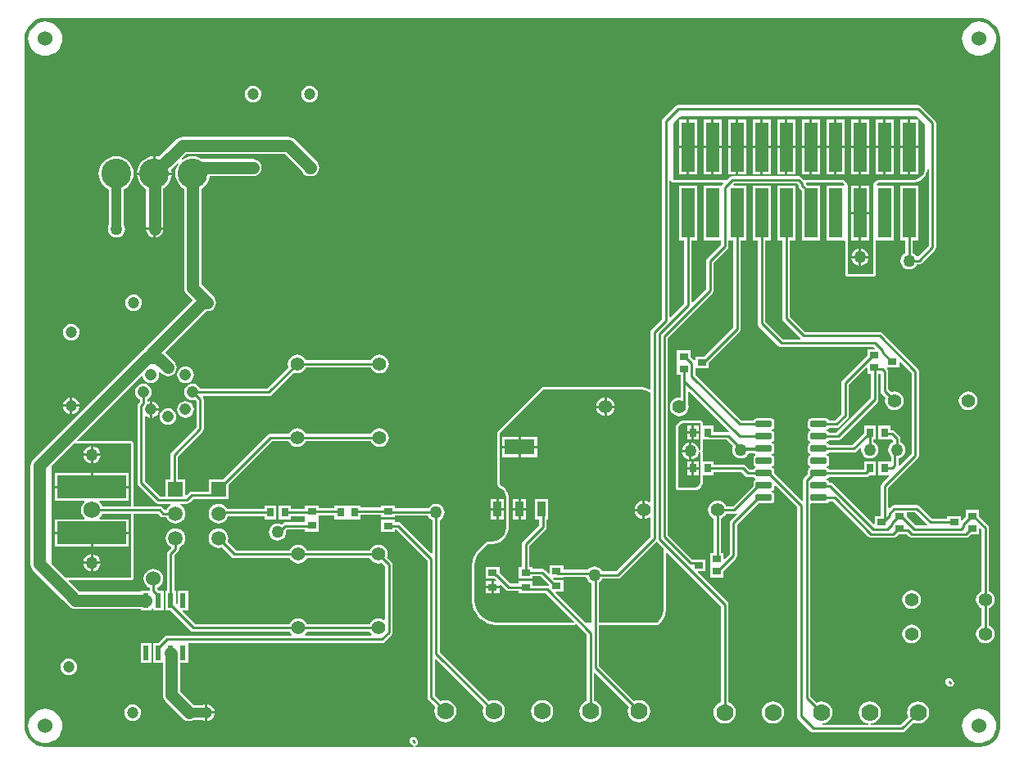
<source format=gbr>
%TF.GenerationSoftware,Altium Limited,Altium Designer,19.1.9 (167)*%
G04 Layer_Physical_Order=1*
G04 Layer_Color=255*
%FSLAX26Y26*%
%MOIN*%
%TF.FileFunction,Copper,L1,Top,Signal*%
%TF.Part,Single*%
G01*
G75*
%TA.AperFunction,Conductor*%
%ADD10C,0.010000*%
%TA.AperFunction,SMDPad,CuDef*%
%ADD11R,0.035433X0.027559*%
%ADD12R,0.027559X0.035433*%
%ADD13R,0.033000X0.063000*%
%ADD14R,0.122000X0.063000*%
%ADD15C,0.067992*%
%ADD16R,0.280000X0.092992*%
%ADD17R,0.024000X0.061000*%
%ADD18R,0.052000X0.204000*%
%ADD19R,0.035433X0.031496*%
%ADD20R,0.031496X0.035433*%
G04:AMPARAMS|DCode=21|XSize=25.591mil|YSize=64.961mil|CornerRadius=1.919mil|HoleSize=0mil|Usage=FLASHONLY|Rotation=270.000|XOffset=0mil|YOffset=0mil|HoleType=Round|Shape=RoundedRectangle|*
%AMROUNDEDRECTD21*
21,1,0.025591,0.061122,0,0,270.0*
21,1,0.021752,0.064961,0,0,270.0*
1,1,0.003839,-0.030561,-0.010876*
1,1,0.003839,-0.030561,0.010876*
1,1,0.003839,0.030561,0.010876*
1,1,0.003839,0.030561,-0.010876*
%
%ADD21ROUNDEDRECTD21*%
%TA.AperFunction,Conductor*%
%ADD22C,0.040000*%
%ADD23C,0.050000*%
%TA.AperFunction,NonConductor*%
%ADD24C,0.010000*%
%TA.AperFunction,ComponentPad*%
%ADD25C,0.121260*%
%ADD26C,0.055118*%
%TA.AperFunction,ViaPad*%
%ADD27C,0.060000*%
%TA.AperFunction,ComponentPad*%
%ADD28R,0.059055X0.059055*%
%ADD29C,0.059055*%
%ADD30C,0.047244*%
%ADD31C,0.070000*%
%ADD32C,0.047560*%
%TA.AperFunction,WasherPad*%
%ADD33C,0.060000*%
%TA.AperFunction,ViaPad*%
%ADD34C,0.050000*%
G36*
X3915892Y2983327D02*
X3931174Y2978691D01*
X3945257Y2971164D01*
X3957115Y2961432D01*
X3957470Y2960901D01*
X3964186Y2954186D01*
X3964562Y2953934D01*
X3973008Y2943642D01*
X3979495Y2931506D01*
X3983489Y2918339D01*
X3984794Y2905088D01*
X3984706Y2904645D01*
Y2900000D01*
Y95000D01*
Y90355D01*
X3984794Y89912D01*
X3983489Y76661D01*
X3979495Y63493D01*
X3973008Y51358D01*
X3964562Y41066D01*
X3964186Y40814D01*
X3963777Y40203D01*
X3951101Y29800D01*
X3936000Y21728D01*
X3919614Y16758D01*
X3903295Y15150D01*
X3902574Y15294D01*
X1605297D01*
X1604805Y20294D01*
X1607703Y20870D01*
X1612664Y24186D01*
X1615980Y29147D01*
X1617144Y35000D01*
X1615980Y40853D01*
X1612664Y45814D01*
X1607664Y50814D01*
X1602703Y54130D01*
X1596850Y55294D01*
X1590997Y54130D01*
X1586036Y50814D01*
X1582720Y45853D01*
X1581556Y40000D01*
X1582720Y34147D01*
X1586036Y29186D01*
X1591036Y24186D01*
X1595997Y20870D01*
X1598895Y20294D01*
X1598402Y15294D01*
X100000D01*
X99318Y15158D01*
X83435Y16723D01*
X67507Y21554D01*
X52827Y29401D01*
X40490Y39526D01*
X40104Y40104D01*
X39526Y40490D01*
X29401Y52827D01*
X21554Y67507D01*
X16723Y83435D01*
X15158Y99318D01*
X15294Y100000D01*
Y2900000D01*
X15169Y2900626D01*
X16673Y2915892D01*
X21308Y2931174D01*
X28836Y2945257D01*
X38568Y2957115D01*
X39099Y2957470D01*
X45814Y2964186D01*
X46066Y2964562D01*
X56358Y2973008D01*
X68493Y2979495D01*
X81661Y2983489D01*
X94912Y2984794D01*
X95355Y2984706D01*
X3900000D01*
X3900626Y2984831D01*
X3915892Y2983327D01*
D02*
G37*
%LPC*%
G36*
X3900000Y2969389D02*
X3886463Y2968056D01*
X3873446Y2964107D01*
X3861449Y2957695D01*
X3850934Y2949066D01*
X3842305Y2938551D01*
X3835893Y2926554D01*
X3831944Y2913537D01*
X3830611Y2900000D01*
X3831944Y2886463D01*
X3835893Y2873446D01*
X3842305Y2861449D01*
X3850934Y2850934D01*
X3861449Y2842305D01*
X3873446Y2835893D01*
X3886463Y2831944D01*
X3900000Y2830611D01*
X3913537Y2831944D01*
X3926554Y2835893D01*
X3938551Y2842305D01*
X3949066Y2850934D01*
X3957695Y2861449D01*
X3964107Y2873446D01*
X3968056Y2886463D01*
X3969389Y2900000D01*
X3968056Y2913537D01*
X3964107Y2926554D01*
X3957695Y2938551D01*
X3949066Y2949066D01*
X3938551Y2957695D01*
X3926554Y2964107D01*
X3913537Y2968056D01*
X3900000Y2969389D01*
D02*
G37*
G36*
X100000D02*
X86463Y2968056D01*
X73446Y2964107D01*
X61449Y2957695D01*
X50934Y2949066D01*
X42305Y2938551D01*
X35893Y2926554D01*
X31944Y2913537D01*
X30611Y2900000D01*
X31944Y2886463D01*
X35893Y2873446D01*
X42305Y2861449D01*
X50934Y2850934D01*
X61449Y2842305D01*
X73446Y2835893D01*
X86463Y2831944D01*
X100000Y2830611D01*
X113537Y2831944D01*
X126554Y2835893D01*
X138551Y2842305D01*
X149066Y2850934D01*
X157695Y2861449D01*
X164107Y2873446D01*
X168056Y2886463D01*
X169389Y2900000D01*
X168056Y2913537D01*
X164107Y2926554D01*
X157695Y2938551D01*
X149066Y2949066D01*
X138551Y2957695D01*
X126554Y2964107D01*
X113537Y2968056D01*
X100000Y2969389D01*
D02*
G37*
G36*
X1175000Y2708912D02*
X1166223Y2707757D01*
X1158044Y2704369D01*
X1151021Y2698979D01*
X1145631Y2691956D01*
X1142243Y2683777D01*
X1141088Y2675000D01*
X1142243Y2666223D01*
X1145631Y2658044D01*
X1151021Y2651021D01*
X1158044Y2645631D01*
X1166223Y2642243D01*
X1175000Y2641088D01*
X1183777Y2642243D01*
X1191956Y2645631D01*
X1198979Y2651021D01*
X1204369Y2658044D01*
X1207757Y2666223D01*
X1208912Y2675000D01*
X1207757Y2683777D01*
X1204369Y2691956D01*
X1198979Y2698979D01*
X1191956Y2704369D01*
X1183777Y2707757D01*
X1175000Y2708912D01*
D02*
G37*
G36*
X945000D02*
X936223Y2707757D01*
X928044Y2704369D01*
X921020Y2698979D01*
X915631Y2691956D01*
X912243Y2683777D01*
X911088Y2675000D01*
X912243Y2666223D01*
X915631Y2658044D01*
X921020Y2651021D01*
X928044Y2645631D01*
X936223Y2642243D01*
X945000Y2641088D01*
X953777Y2642243D01*
X961956Y2645631D01*
X968980Y2651021D01*
X974369Y2658044D01*
X977757Y2666223D01*
X978912Y2675000D01*
X977757Y2683777D01*
X974369Y2691956D01*
X968980Y2698979D01*
X961956Y2704369D01*
X953777Y2707757D01*
X945000Y2708912D01*
D02*
G37*
G36*
X539095Y2420479D02*
X530249Y2419608D01*
X516935Y2415569D01*
X504665Y2409011D01*
X493910Y2400184D01*
X485084Y2389430D01*
X478525Y2377160D01*
X474487Y2363846D01*
X473615Y2355000D01*
X539095D01*
Y2420479D01*
D02*
G37*
G36*
X659095Y2500302D02*
X649958Y2499099D01*
X641443Y2495572D01*
X634132Y2489962D01*
X562419Y2418249D01*
X557940Y2419608D01*
X549095Y2420479D01*
Y2355000D01*
X614574D01*
X613702Y2363846D01*
X612344Y2368325D01*
X639428Y2395409D01*
X643138Y2392047D01*
X640989Y2389430D01*
X634431Y2377160D01*
X630392Y2363846D01*
X629028Y2350000D01*
X630392Y2336154D01*
X634431Y2322840D01*
X640989Y2310570D01*
X649816Y2299816D01*
X660570Y2290989D01*
X664698Y2288783D01*
Y2125000D01*
Y1885000D01*
X665901Y1875863D01*
X669428Y1867349D01*
X675038Y1860038D01*
X700075Y1835000D01*
X512538Y1647462D01*
X506928Y1640151D01*
X504028Y1633152D01*
X497802Y1630572D01*
X490490Y1624962D01*
X50038Y1184510D01*
X44428Y1177198D01*
X40901Y1168684D01*
X39698Y1159547D01*
Y760000D01*
X40901Y750863D01*
X44428Y742349D01*
X50038Y735038D01*
X170038Y615038D01*
X198739Y586337D01*
X206050Y580726D01*
X214564Y577200D01*
X223701Y575997D01*
X488000D01*
Y570799D01*
X532000D01*
Y579749D01*
X533000Y580371D01*
X538000Y577592D01*
Y570799D01*
X582000D01*
Y651799D01*
X559629D01*
X555294Y656134D01*
Y663039D01*
X560173Y665060D01*
X568528Y671472D01*
X574940Y679827D01*
X578971Y689558D01*
X580345Y700000D01*
X578971Y710442D01*
X574940Y720173D01*
X568528Y728528D01*
X560173Y734940D01*
X550442Y738971D01*
X540000Y740345D01*
X529558Y738971D01*
X519827Y734940D01*
X511472Y728528D01*
X505060Y720173D01*
X501029Y710442D01*
X499655Y700000D01*
X501029Y689558D01*
X505060Y679827D01*
X511472Y671472D01*
X519827Y665060D01*
X524706Y663039D01*
Y651799D01*
X488000D01*
Y646601D01*
X238324D01*
X219962Y664962D01*
X194740Y690185D01*
X196653Y694804D01*
X450000D01*
X453902Y695580D01*
X457210Y697790D01*
X459420Y701098D01*
X460196Y705000D01*
Y964706D01*
X558665D01*
X569186Y954186D01*
X574147Y950870D01*
X580000Y949706D01*
X593551D01*
X595473Y945066D01*
X601809Y936809D01*
X610066Y930473D01*
X619681Y926490D01*
X630000Y925131D01*
X640319Y926490D01*
X649934Y930473D01*
X658191Y936809D01*
X664527Y945066D01*
X668510Y954681D01*
X669869Y965000D01*
X668510Y975319D01*
X664527Y984934D01*
X658191Y993191D01*
X649934Y999527D01*
X648362Y1000178D01*
X649357Y1005178D01*
X677366D01*
X683218Y1006343D01*
X688180Y1009658D01*
X703701Y1025178D01*
X780472D01*
X781950Y1025473D01*
X844528D01*
Y1082899D01*
X1021335Y1259706D01*
X1090681D01*
X1092192Y1256058D01*
X1098213Y1248213D01*
X1106058Y1242192D01*
X1115195Y1238408D01*
X1125000Y1237117D01*
X1134805Y1238408D01*
X1143942Y1242192D01*
X1151787Y1248213D01*
X1157808Y1256058D01*
X1159319Y1259706D01*
X1425681D01*
X1427192Y1256058D01*
X1433213Y1248213D01*
X1441058Y1242192D01*
X1450195Y1238408D01*
X1460000Y1237117D01*
X1469805Y1238408D01*
X1478942Y1242192D01*
X1486787Y1248213D01*
X1492808Y1256058D01*
X1496592Y1265195D01*
X1497883Y1275000D01*
X1496592Y1284805D01*
X1492808Y1293942D01*
X1486787Y1301787D01*
X1478942Y1307808D01*
X1469805Y1311592D01*
X1460000Y1312883D01*
X1450195Y1311592D01*
X1441058Y1307808D01*
X1433213Y1301787D01*
X1427192Y1293942D01*
X1425681Y1290294D01*
X1159319D01*
X1157808Y1293942D01*
X1151787Y1301787D01*
X1143942Y1307808D01*
X1134805Y1311592D01*
X1125000Y1312883D01*
X1115195Y1311592D01*
X1106058Y1307808D01*
X1098213Y1301787D01*
X1092192Y1293942D01*
X1090681Y1290294D01*
X1015000D01*
X1009147Y1289130D01*
X1004186Y1285814D01*
X822899Y1104527D01*
X765472D01*
Y1055766D01*
X697366D01*
X691513Y1054602D01*
X686551Y1051287D01*
X674528Y1039263D01*
X669528Y1041334D01*
Y1104527D01*
X640294D01*
Y1198665D01*
X740814Y1299186D01*
X744130Y1304147D01*
X745294Y1310000D01*
Y1430000D01*
X744130Y1435853D01*
X741555Y1439706D01*
X743305Y1444706D01*
X1010000D01*
X1015853Y1445870D01*
X1020814Y1449186D01*
X1111547Y1539919D01*
X1115195Y1538408D01*
X1125000Y1537117D01*
X1134805Y1538408D01*
X1143942Y1542192D01*
X1151787Y1548213D01*
X1157808Y1556058D01*
X1159319Y1559706D01*
X1425681D01*
X1427192Y1556058D01*
X1433213Y1548213D01*
X1441058Y1542192D01*
X1450195Y1538408D01*
X1460000Y1537117D01*
X1469805Y1538408D01*
X1478942Y1542192D01*
X1486787Y1548213D01*
X1492808Y1556058D01*
X1496592Y1565195D01*
X1497883Y1575000D01*
X1496592Y1584805D01*
X1492808Y1593942D01*
X1486787Y1601787D01*
X1478942Y1607808D01*
X1469805Y1611592D01*
X1460000Y1612883D01*
X1450195Y1611592D01*
X1441058Y1607808D01*
X1433213Y1601787D01*
X1427192Y1593942D01*
X1425681Y1590294D01*
X1159319D01*
X1157808Y1593942D01*
X1151787Y1601787D01*
X1143942Y1607808D01*
X1134805Y1611592D01*
X1125000Y1612883D01*
X1115195Y1611592D01*
X1106058Y1607808D01*
X1098213Y1601787D01*
X1092192Y1593942D01*
X1088408Y1584805D01*
X1087117Y1575000D01*
X1088408Y1565195D01*
X1089919Y1561547D01*
X1003665Y1475294D01*
X730228D01*
X729507Y1477036D01*
X724092Y1484092D01*
X717036Y1489507D01*
X708818Y1492910D01*
X700000Y1494072D01*
X691182Y1492910D01*
X682964Y1489507D01*
X675908Y1484092D01*
X670493Y1477036D01*
X667090Y1468818D01*
X665928Y1460000D01*
X667090Y1451182D01*
X670493Y1442964D01*
X675908Y1435908D01*
X682964Y1430493D01*
X691182Y1427090D01*
X700000Y1425928D01*
X708818Y1427090D01*
X710560Y1427811D01*
X714706Y1423665D01*
Y1316335D01*
X614186Y1215814D01*
X610870Y1210853D01*
X609706Y1205000D01*
Y1104527D01*
X590472D01*
Y1035766D01*
X565862D01*
X505294Y1096335D01*
Y1359472D01*
X509778Y1361683D01*
X512254Y1359783D01*
X520472Y1356380D01*
X524290Y1355877D01*
Y1389290D01*
Y1422703D01*
X520472Y1422200D01*
X519451Y1421778D01*
X515294Y1424556D01*
Y1429772D01*
X517036Y1430493D01*
X524092Y1435908D01*
X529507Y1442964D01*
X532910Y1451182D01*
X534072Y1460000D01*
X532910Y1468818D01*
X529507Y1477036D01*
X524092Y1484092D01*
X517036Y1489507D01*
X508818Y1492910D01*
X500000Y1494072D01*
X491182Y1492910D01*
X482964Y1489507D01*
X475908Y1484092D01*
X470493Y1477036D01*
X467089Y1468818D01*
X465928Y1460000D01*
X467089Y1451182D01*
X470493Y1442964D01*
X475908Y1435908D01*
X482964Y1430493D01*
X484706Y1429772D01*
Y1421178D01*
X479186Y1415658D01*
X475870Y1410696D01*
X474706Y1404843D01*
Y1090000D01*
X475870Y1084147D01*
X479186Y1079186D01*
X548713Y1009658D01*
X553675Y1006343D01*
X559528Y1005178D01*
X610643D01*
X611638Y1000178D01*
X610066Y999527D01*
X601809Y993191D01*
X595473Y984934D01*
X593551Y980294D01*
X586335D01*
X575814Y990814D01*
X570853Y994130D01*
X565000Y995294D01*
X460196D01*
Y1250000D01*
X459420Y1253902D01*
X457210Y1257210D01*
X453902Y1259420D01*
X450000Y1260196D01*
X232106D01*
X230192Y1264815D01*
X491323Y1525946D01*
X496057Y1524338D01*
X496380Y1521892D01*
X499783Y1513674D01*
X505198Y1506618D01*
X512254Y1501203D01*
X520472Y1497800D01*
X529290Y1496639D01*
X538108Y1497800D01*
X546326Y1501203D01*
X553382Y1506618D01*
X558797Y1513674D01*
X562201Y1521892D01*
X563361Y1530710D01*
X562201Y1539528D01*
X561299Y1541706D01*
X565538Y1544538D01*
X575038Y1535038D01*
X582349Y1529428D01*
X590863Y1525901D01*
X600000Y1524698D01*
X609137Y1525901D01*
X617651Y1529428D01*
X624962Y1535038D01*
X630572Y1542349D01*
X634099Y1550863D01*
X635302Y1560000D01*
X634099Y1569137D01*
X630572Y1577651D01*
X624962Y1584962D01*
X587425Y1622500D01*
X754623Y1789698D01*
X760000D01*
X769137Y1790901D01*
X777651Y1794428D01*
X784962Y1800038D01*
X790572Y1807349D01*
X794099Y1815863D01*
X795302Y1825000D01*
X794099Y1834137D01*
X790572Y1842651D01*
X784962Y1849962D01*
X735302Y1899623D01*
Y2125000D01*
Y2288783D01*
X739430Y2290989D01*
X750184Y2299816D01*
X759011Y2310570D01*
X765569Y2322840D01*
X769608Y2336154D01*
X769957Y2339698D01*
X945000D01*
X954137Y2340901D01*
X962651Y2344428D01*
X969962Y2350038D01*
X975572Y2357349D01*
X979099Y2365863D01*
X980302Y2375000D01*
X979099Y2384137D01*
X975572Y2392651D01*
X969962Y2399962D01*
X962651Y2405572D01*
X954137Y2409099D01*
X945000Y2410302D01*
X737014D01*
X727160Y2415569D01*
X713846Y2419608D01*
X700000Y2420972D01*
X686154Y2419608D01*
X672840Y2415569D01*
X660570Y2409011D01*
X657953Y2406862D01*
X654591Y2410572D01*
X673717Y2429698D01*
X1075377D01*
X1142095Y2362980D01*
X1144428Y2357349D01*
X1150038Y2350038D01*
X1157349Y2344428D01*
X1165863Y2340901D01*
X1175000Y2339698D01*
X1180000D01*
X1189137Y2340901D01*
X1197651Y2344428D01*
X1204962Y2350038D01*
X1210572Y2357349D01*
X1214099Y2365863D01*
X1215302Y2375000D01*
X1214099Y2384137D01*
X1210572Y2392651D01*
X1204962Y2399962D01*
X1114962Y2489962D01*
X1107651Y2495572D01*
X1099137Y2499099D01*
X1090000Y2500302D01*
X659095D01*
X659095Y2500302D01*
D02*
G37*
G36*
X614574Y2345000D02*
X473615D01*
X474487Y2336154D01*
X478525Y2322840D01*
X485084Y2310570D01*
X493910Y2299816D01*
X504665Y2290989D01*
X509698Y2288299D01*
Y2130000D01*
X580302D01*
Y2289267D01*
X583524Y2290989D01*
X594279Y2299816D01*
X603105Y2310570D01*
X609664Y2322840D01*
X613702Y2336154D01*
X614574Y2345000D01*
D02*
G37*
G36*
X579644Y2120000D02*
X550000D01*
Y2090356D01*
X554137Y2090901D01*
X562651Y2094428D01*
X569962Y2100038D01*
X575572Y2107349D01*
X579099Y2115863D01*
X579644Y2120000D01*
D02*
G37*
G36*
X540000D02*
X510356D01*
X510901Y2115863D01*
X514428Y2107349D01*
X520038Y2100038D01*
X527349Y2094428D01*
X535863Y2090901D01*
X540000Y2090356D01*
Y2120000D01*
D02*
G37*
G36*
X388189Y2420972D02*
X374343Y2419608D01*
X361029Y2415569D01*
X348759Y2409011D01*
X338005Y2400184D01*
X329178Y2389430D01*
X322620Y2377160D01*
X318581Y2363846D01*
X317217Y2350000D01*
X318581Y2336154D01*
X322620Y2322840D01*
X329178Y2310570D01*
X338005Y2299816D01*
X348759Y2290989D01*
X359741Y2285119D01*
Y2143060D01*
X359428Y2142651D01*
X355901Y2134137D01*
X354698Y2125000D01*
X355901Y2115863D01*
X359428Y2107349D01*
X365038Y2100038D01*
X372349Y2094428D01*
X380863Y2090901D01*
X390000Y2089698D01*
X399137Y2090901D01*
X407651Y2094428D01*
X414962Y2100038D01*
X420572Y2107349D01*
X424099Y2115863D01*
X425302Y2125000D01*
X424099Y2134137D01*
X420572Y2142651D01*
X420259Y2143060D01*
Y2287055D01*
X427619Y2290989D01*
X438373Y2299816D01*
X447200Y2310570D01*
X453758Y2322840D01*
X457797Y2336154D01*
X459161Y2350000D01*
X457797Y2363846D01*
X453758Y2377160D01*
X447200Y2389430D01*
X438373Y2400184D01*
X427619Y2409011D01*
X415349Y2415569D01*
X402035Y2419608D01*
X388189Y2420972D01*
D02*
G37*
G36*
X3651629Y2630294D02*
X2675000D01*
X2669147Y2629130D01*
X2664186Y2625814D01*
X2614186Y2575814D01*
X2610870Y2570853D01*
X2609706Y2565000D01*
Y1758091D01*
X2566745Y1715130D01*
X2563429Y1710168D01*
X2562265Y1704315D01*
Y1474197D01*
X2558108Y1471419D01*
X2548071Y1475577D01*
X2547086Y1475773D01*
X2546158Y1476157D01*
X2526838Y1480000D01*
X2525834D01*
X2524849Y1480196D01*
X2125000D01*
X2121098Y1479420D01*
X2117790Y1477210D01*
X1942790Y1302210D01*
X1940580Y1298902D01*
X1939804Y1295000D01*
Y1087016D01*
X1940580Y1083114D01*
X1942864Y1077601D01*
X1945074Y1074294D01*
X1949293Y1070074D01*
X1952601Y1067864D01*
X1958114Y1065580D01*
X1960143Y1065177D01*
X1961440Y1063745D01*
X1967901Y1054075D01*
X1972256Y1043563D01*
X1974524Y1032157D01*
X1974804Y1026466D01*
Y910250D01*
X1974516Y904390D01*
X1972182Y892654D01*
X1967699Y881832D01*
X1961191Y872092D01*
X1952908Y863809D01*
X1943168Y857301D01*
X1932346Y852818D01*
X1920610Y850484D01*
X1914750Y850196D01*
X1900000D01*
X1896098Y849420D01*
X1892790Y847210D01*
X1860115Y814534D01*
X1859557Y813699D01*
X1858847Y812989D01*
X1847903Y796611D01*
X1847519Y795683D01*
X1846961Y794848D01*
X1839423Y776649D01*
X1839227Y775664D01*
X1838843Y774737D01*
X1835000Y755417D01*
Y754413D01*
X1834804Y753428D01*
Y743579D01*
Y620000D01*
Y610151D01*
X1835000Y609166D01*
Y608162D01*
X1838843Y588842D01*
X1839227Y587914D01*
X1839423Y586929D01*
X1846961Y568730D01*
X1847519Y567895D01*
X1847903Y566968D01*
X1858847Y550589D01*
X1859557Y549879D01*
X1860115Y549044D01*
X1874044Y535115D01*
X1874879Y534558D01*
X1875589Y533847D01*
X1891968Y522904D01*
X1892896Y522519D01*
X1893730Y521961D01*
X1911929Y514423D01*
X1912914Y514227D01*
X1913842Y513843D01*
X1933162Y510000D01*
X1934166D01*
X1935151Y509804D01*
X2249601D01*
X2253503Y510580D01*
X2256810Y512790D01*
X2263032Y513102D01*
X2303406Y472728D01*
Y202373D01*
X2296006Y199307D01*
X2286606Y192094D01*
X2279393Y182694D01*
X2274858Y171747D01*
X2273312Y160000D01*
X2274858Y148253D01*
X2279393Y137306D01*
X2286606Y127906D01*
X2296006Y120693D01*
X2306953Y116158D01*
X2318700Y114612D01*
X2330447Y116158D01*
X2341394Y120693D01*
X2350794Y127906D01*
X2358007Y137306D01*
X2362542Y148253D01*
X2364088Y160000D01*
X2362542Y171747D01*
X2358007Y182694D01*
X2350794Y192094D01*
X2341394Y199307D01*
X2333994Y202373D01*
Y313394D01*
X2338613Y315308D01*
X2474774Y179148D01*
X2471708Y171747D01*
X2470162Y160000D01*
X2471708Y148253D01*
X2476243Y137306D01*
X2483456Y127906D01*
X2492856Y120693D01*
X2503803Y116158D01*
X2515550Y114612D01*
X2527297Y116158D01*
X2538244Y120693D01*
X2547644Y127906D01*
X2554857Y137306D01*
X2559392Y148253D01*
X2560938Y160000D01*
X2559392Y171747D01*
X2554857Y182694D01*
X2547644Y192094D01*
X2538244Y199307D01*
X2527297Y203842D01*
X2515550Y205388D01*
X2503803Y203842D01*
X2496402Y200776D01*
X2353994Y343185D01*
Y509804D01*
X2590000D01*
X2593902Y510580D01*
X2597210Y512790D01*
X2603154Y518735D01*
X2603712Y519570D01*
X2604422Y520280D01*
X2613763Y534260D01*
X2614147Y535187D01*
X2614705Y536023D01*
X2621140Y551556D01*
X2621336Y552541D01*
X2621720Y553469D01*
X2625000Y569959D01*
Y570964D01*
X2625196Y571948D01*
Y580355D01*
Y806532D01*
X2629815Y808446D01*
X2849156Y589105D01*
Y197373D01*
X2841756Y194307D01*
X2832356Y187094D01*
X2825143Y177694D01*
X2820608Y166747D01*
X2819062Y155000D01*
X2820608Y143253D01*
X2825143Y132306D01*
X2832356Y122906D01*
X2841756Y115693D01*
X2852703Y111158D01*
X2864450Y109612D01*
X2876197Y111158D01*
X2887144Y115693D01*
X2896544Y122906D01*
X2903757Y132306D01*
X2908292Y143253D01*
X2909838Y155000D01*
X2908292Y166747D01*
X2903757Y177694D01*
X2896544Y187094D01*
X2887144Y194307D01*
X2879744Y197373D01*
Y595440D01*
X2878580Y601293D01*
X2875264Y606254D01*
X2754918Y726601D01*
X2756831Y731221D01*
X2785315D01*
Y778779D01*
X2746363D01*
X2744882Y779074D01*
X2730729D01*
X2632853Y876950D01*
Y1681412D01*
X2815814Y1864373D01*
X2819130Y1869335D01*
X2820294Y1875188D01*
Y1988665D01*
X2875814Y2044186D01*
X2879130Y2049147D01*
X2880294Y2055000D01*
Y2078000D01*
X2899706D01*
Y1724996D01*
X2778490Y1603780D01*
X2744685D01*
Y1591112D01*
X2739685Y1589070D01*
X2725315Y1603440D01*
Y1629370D01*
X2669882D01*
Y1583189D01*
X2669882Y1581811D01*
X2669882D01*
Y1578189D01*
X2669882D01*
Y1530630D01*
X2684706D01*
Y1505000D01*
Y1441055D01*
X2680947Y1437758D01*
X2680000Y1437883D01*
X2670195Y1436592D01*
X2661058Y1432808D01*
X2653213Y1426787D01*
X2647192Y1418942D01*
X2643408Y1409805D01*
X2642117Y1400000D01*
X2643408Y1390195D01*
X2647192Y1381058D01*
X2653213Y1373213D01*
X2661058Y1367192D01*
X2670195Y1363408D01*
X2680000Y1362117D01*
X2689805Y1363408D01*
X2698942Y1367192D01*
X2706787Y1373213D01*
X2712808Y1381058D01*
X2716592Y1390195D01*
X2717883Y1400000D01*
X2716592Y1409805D01*
X2714345Y1415230D01*
X2715294Y1420000D01*
Y1461544D01*
X2719913Y1463458D01*
X2881474Y1301897D01*
X2879011Y1297289D01*
X2877559Y1297578D01*
X2818307D01*
Y1322717D01*
X2775196D01*
Y1335000D01*
X2774420Y1338902D01*
X2772210Y1342210D01*
X2768902Y1344420D01*
X2765000Y1345196D01*
X2695027D01*
X2691125Y1344420D01*
X2691125Y1344420D01*
X2681937Y1340614D01*
X2681937Y1340614D01*
X2678629Y1338403D01*
X2671596Y1331371D01*
X2669386Y1328063D01*
X2665580Y1318875D01*
X2664804Y1314973D01*
Y1310000D01*
Y1070000D01*
X2665580Y1066098D01*
X2667790Y1062790D01*
X2671098Y1060580D01*
X2675000Y1059804D01*
X2744973D01*
X2748875Y1060580D01*
X2758063Y1064386D01*
X2761371Y1066596D01*
X2768403Y1073629D01*
X2770614Y1076937D01*
X2770614Y1076937D01*
X2774420Y1086125D01*
X2774420Y1086125D01*
X2775196Y1090027D01*
Y1122284D01*
X2818307D01*
Y1134706D01*
X2933665D01*
X2949185Y1119186D01*
X2954147Y1115871D01*
X2959999Y1114707D01*
X2981944D01*
X2981990Y1114474D01*
X2984625Y1110531D01*
X2988567Y1107897D01*
X2990313Y1107550D01*
Y1102452D01*
X2988567Y1102104D01*
X2984625Y1099470D01*
X2981990Y1095527D01*
X2981065Y1090877D01*
Y1078601D01*
X2897758Y995294D01*
X2869319D01*
X2867808Y998942D01*
X2861787Y1006787D01*
X2853942Y1012808D01*
X2844805Y1016592D01*
X2835000Y1017883D01*
X2825195Y1016592D01*
X2816058Y1012808D01*
X2808213Y1006787D01*
X2802192Y998942D01*
X2798408Y989805D01*
X2797117Y980000D01*
X2798408Y970195D01*
X2802192Y961058D01*
X2808213Y953213D01*
X2816058Y947192D01*
X2819706Y945681D01*
Y804370D01*
X2804685D01*
Y756811D01*
X2804685Y756811D01*
Y753189D01*
X2804685D01*
X2804685Y751811D01*
Y705630D01*
X2860118D01*
Y731560D01*
X2910814Y782256D01*
X2914130Y787218D01*
X2915294Y793071D01*
Y919572D01*
X3002694Y1006972D01*
X3054340D01*
X3058991Y1007897D01*
X3062933Y1010531D01*
X3065568Y1014474D01*
X3066493Y1019125D01*
Y1040877D01*
X3065568Y1045527D01*
X3062933Y1049470D01*
X3058991Y1052104D01*
X3057245Y1052452D01*
Y1057550D01*
X3058991Y1057897D01*
X3062933Y1060531D01*
X3065568Y1064474D01*
X3066493Y1069125D01*
Y1078810D01*
X3071112Y1080724D01*
X3159706Y992130D01*
Y140000D01*
X3160870Y134147D01*
X3164186Y129186D01*
X3214186Y79186D01*
X3219147Y75870D01*
X3225000Y74706D01*
X3586850D01*
X3592703Y75870D01*
X3597664Y79186D01*
X3632702Y114224D01*
X3640103Y111158D01*
X3651850Y109612D01*
X3663597Y111158D01*
X3674544Y115693D01*
X3683944Y122906D01*
X3691157Y132306D01*
X3695692Y143253D01*
X3697238Y155000D01*
X3695692Y166747D01*
X3691157Y177694D01*
X3683944Y187094D01*
X3674544Y194307D01*
X3663597Y198842D01*
X3651850Y200388D01*
X3640103Y198842D01*
X3629156Y194307D01*
X3619756Y187094D01*
X3612543Y177694D01*
X3608008Y166747D01*
X3606462Y155000D01*
X3608008Y143253D01*
X3611073Y135852D01*
X3580515Y105294D01*
X3460510D01*
X3460182Y110294D01*
X3466747Y111158D01*
X3477694Y115693D01*
X3487094Y122906D01*
X3494307Y132306D01*
X3498842Y143253D01*
X3500388Y155000D01*
X3498842Y166747D01*
X3494307Y177694D01*
X3487094Y187094D01*
X3477694Y194307D01*
X3466747Y198842D01*
X3455000Y200388D01*
X3443253Y198842D01*
X3432306Y194307D01*
X3422906Y187094D01*
X3415693Y177694D01*
X3411158Y166747D01*
X3409612Y155000D01*
X3411158Y143253D01*
X3415693Y132306D01*
X3422906Y122906D01*
X3432306Y115693D01*
X3443253Y111158D01*
X3449818Y110294D01*
X3449490Y105294D01*
X3263660D01*
X3263332Y110294D01*
X3269897Y111158D01*
X3280844Y115693D01*
X3290244Y122906D01*
X3297457Y132306D01*
X3301992Y143253D01*
X3303538Y155000D01*
X3301992Y166747D01*
X3297457Y177694D01*
X3290244Y187094D01*
X3280844Y194307D01*
X3269897Y198842D01*
X3258150Y200388D01*
X3246403Y198842D01*
X3239002Y195776D01*
X3214035Y220744D01*
Y1005638D01*
X3215660Y1006972D01*
X3276782D01*
X3281433Y1007897D01*
X3285375Y1010531D01*
X3288010Y1014474D01*
X3288056Y1014707D01*
X3305380D01*
X3449682Y870405D01*
X3454643Y867090D01*
X3460496Y865926D01*
X3550274D01*
X3556127Y867090D01*
X3561088Y870405D01*
X3571313Y880630D01*
X3605118D01*
X3605118Y880630D01*
Y880630D01*
X3608959Y878057D01*
X3616609Y870407D01*
X3621571Y867091D01*
X3627424Y865927D01*
X3845277D01*
X3851130Y867091D01*
X3856091Y870407D01*
X3866314Y880630D01*
X3900118D01*
Y903649D01*
X3904738Y905563D01*
X3909706Y900594D01*
Y649319D01*
X3906058Y647808D01*
X3898213Y641787D01*
X3892192Y633942D01*
X3888408Y624805D01*
X3887117Y615000D01*
X3888408Y605195D01*
X3892192Y596058D01*
X3898213Y588213D01*
X3906058Y582192D01*
X3909706Y580681D01*
Y509319D01*
X3906058Y507808D01*
X3898213Y501787D01*
X3892192Y493942D01*
X3888408Y484805D01*
X3887117Y475000D01*
X3888408Y465195D01*
X3892192Y456058D01*
X3898213Y448213D01*
X3906058Y442192D01*
X3915195Y438408D01*
X3925000Y437117D01*
X3934805Y438408D01*
X3943942Y442192D01*
X3951787Y448213D01*
X3957808Y456058D01*
X3961592Y465195D01*
X3962883Y475000D01*
X3961592Y484805D01*
X3957808Y493942D01*
X3951787Y501787D01*
X3943942Y507808D01*
X3940294Y509319D01*
Y580681D01*
X3943942Y582192D01*
X3951787Y588213D01*
X3957808Y596058D01*
X3961592Y605195D01*
X3962883Y615000D01*
X3961592Y624805D01*
X3957808Y633942D01*
X3951787Y641787D01*
X3943942Y647808D01*
X3940294Y649319D01*
Y906929D01*
X3939130Y912782D01*
X3935814Y917744D01*
X3900118Y953440D01*
Y979370D01*
X3844685D01*
Y953440D01*
X3829934Y938689D01*
X3825315Y940603D01*
Y953779D01*
X3769882D01*
Y945295D01*
X3708165D01*
X3657645Y995814D01*
X3652683Y999130D01*
X3646831Y1000294D01*
X3554100D01*
X3548247Y999130D01*
X3543286Y995814D01*
X3535229Y987758D01*
X3530609Y989671D01*
Y1070712D01*
X3650814Y1190918D01*
X3654130Y1195879D01*
X3655294Y1201732D01*
Y1545111D01*
X3654130Y1550964D01*
X3650814Y1555925D01*
X3505925Y1700814D01*
X3500963Y1704130D01*
X3495111Y1705294D01*
X3191335D01*
X3130294Y1766335D01*
Y2078000D01*
X3151000D01*
Y2302000D01*
X3079000D01*
Y2078000D01*
X3099706D01*
Y1760000D01*
X3100870Y1754147D01*
X3104186Y1749186D01*
X3173077Y1680294D01*
X3171706Y1675921D01*
X3171230Y1675294D01*
X3101335D01*
X3030294Y1746335D01*
Y2078000D01*
X3051000D01*
Y2302000D01*
X2979000D01*
Y2078000D01*
X2999706D01*
Y1740000D01*
X3000870Y1734147D01*
X3004186Y1729186D01*
X3084186Y1649186D01*
X3089147Y1645870D01*
X3095000Y1644706D01*
X3469564D01*
X3475280Y1638989D01*
X3473367Y1634370D01*
X3444882D01*
Y1608439D01*
X3344186Y1507743D01*
X3340870Y1502782D01*
X3339706Y1496929D01*
Y1371335D01*
X3313665Y1345294D01*
X3288056D01*
X3288010Y1345527D01*
X3285375Y1349470D01*
X3281433Y1352104D01*
X3276782Y1353029D01*
X3215660D01*
X3211009Y1352104D01*
X3207067Y1349470D01*
X3204432Y1345527D01*
X3203507Y1340877D01*
Y1319125D01*
X3204432Y1314474D01*
X3207067Y1310531D01*
X3211009Y1307897D01*
X3212755Y1307550D01*
Y1302452D01*
X3211009Y1302104D01*
X3207067Y1299470D01*
X3204432Y1295527D01*
X3203507Y1290877D01*
Y1269125D01*
X3204432Y1264474D01*
X3207067Y1260531D01*
X3211009Y1257897D01*
X3212755Y1257550D01*
Y1252452D01*
X3211009Y1252104D01*
X3207067Y1249470D01*
X3204432Y1245527D01*
X3203507Y1240877D01*
Y1219125D01*
X3204432Y1214474D01*
X3207067Y1210531D01*
X3211009Y1207897D01*
X3212755Y1207550D01*
Y1202452D01*
X3211009Y1202104D01*
X3207067Y1199470D01*
X3204432Y1195527D01*
X3203507Y1190877D01*
Y1169125D01*
X3204432Y1164474D01*
X3207067Y1160531D01*
X3211009Y1157897D01*
X3212755Y1157550D01*
Y1152452D01*
X3211009Y1152104D01*
X3207067Y1149470D01*
X3204432Y1145527D01*
X3203507Y1140877D01*
Y1128601D01*
X3187926Y1113020D01*
X3184611Y1108058D01*
X3183447Y1102205D01*
Y1018179D01*
X3178827Y1016266D01*
X3066493Y1128601D01*
Y1140877D01*
X3065568Y1145527D01*
X3062933Y1149470D01*
X3058991Y1152104D01*
X3057245Y1152452D01*
Y1157550D01*
X3058991Y1157897D01*
X3062933Y1160531D01*
X3065568Y1164474D01*
X3066493Y1169125D01*
Y1190877D01*
X3065568Y1195527D01*
X3062933Y1199470D01*
X3058991Y1202104D01*
X3057245Y1202452D01*
Y1207550D01*
X3058991Y1207897D01*
X3062933Y1210531D01*
X3065568Y1214474D01*
X3066493Y1219125D01*
Y1240877D01*
X3065568Y1245527D01*
X3062933Y1249470D01*
X3058991Y1252104D01*
X3057245Y1252452D01*
Y1257550D01*
X3058991Y1257897D01*
X3062933Y1260531D01*
X3065568Y1264474D01*
X3066493Y1269125D01*
Y1290877D01*
X3065568Y1295527D01*
X3062933Y1299470D01*
X3058991Y1302104D01*
X3057245Y1302452D01*
Y1307550D01*
X3058991Y1307897D01*
X3062933Y1310531D01*
X3065568Y1314474D01*
X3066493Y1319125D01*
Y1340877D01*
X3065568Y1345527D01*
X3062933Y1349470D01*
X3058991Y1352104D01*
X3054340Y1353029D01*
X2993218D01*
X2988567Y1352104D01*
X2984625Y1349470D01*
X2981990Y1345527D01*
X2981944Y1345294D01*
X2931334D01*
X2745609Y1531020D01*
Y1556220D01*
X2800118D01*
Y1582150D01*
X2925814Y1707847D01*
X2929130Y1712809D01*
X2930294Y1718661D01*
Y2078000D01*
X2951000D01*
Y2302000D01*
X2901151D01*
X2899160Y2306585D01*
X2901695Y2309706D01*
X3159381D01*
X3164564Y2304523D01*
Y2301142D01*
X3165728Y2295289D01*
X3169043Y2290328D01*
X3179000Y2280371D01*
Y2078000D01*
X3251000D01*
Y2302000D01*
X3200629D01*
X3195152Y2307477D01*
Y2309804D01*
X3196699Y2312844D01*
X3198308Y2314804D01*
X3335000Y2314804D01*
X3335211Y2314846D01*
X3335425Y2314812D01*
X3337380Y2314894D01*
X3338872Y2314735D01*
X3338873D01*
X3338873Y2314735D01*
X3341017Y2314508D01*
X3344267Y2313496D01*
X3347257Y2311868D01*
X3349873Y2309689D01*
X3352013Y2307041D01*
X3352322Y2306453D01*
X3349027Y2302021D01*
X3348980Y2302000D01*
X3279000D01*
Y2078000D01*
X3349804D01*
X3351000Y2078000D01*
X3354804Y2075113D01*
X3354804Y1940000D01*
X3355580Y1936098D01*
X3357790Y1932790D01*
X3361098Y1930580D01*
X3365000Y1929804D01*
X3470000D01*
X3473902Y1930580D01*
X3477210Y1932790D01*
X3479420Y1936098D01*
X3480196Y1940000D01*
Y2078000D01*
X3551000D01*
Y2302000D01*
X3485736D01*
X3482396Y2307000D01*
X3482857Y2308114D01*
X3486886Y2312143D01*
X3492627Y2314521D01*
X3495501Y2314804D01*
X3629999D01*
X3630000Y2314804D01*
X3634924Y2314804D01*
X3635909Y2315000D01*
X3636913D01*
X3646573Y2316921D01*
X3647501Y2317305D01*
X3648486Y2317501D01*
X3657585Y2321270D01*
X3658420Y2321828D01*
X3659348Y2322213D01*
X3667537Y2327684D01*
X3668247Y2328394D01*
X3669083Y2328952D01*
X3676047Y2335917D01*
X3676605Y2336752D01*
X3677315Y2337462D01*
X3682787Y2345651D01*
X3683171Y2346579D01*
X3683729Y2347414D01*
X3687498Y2356514D01*
X3687694Y2357499D01*
X3688079Y2358426D01*
X3689706Y2366609D01*
X3694706Y2366117D01*
Y2056335D01*
X3650995Y2012624D01*
X3648339Y2012637D01*
X3644968Y2013439D01*
X3639962Y2019962D01*
X3632651Y2025572D01*
X3630294Y2026549D01*
Y2078000D01*
X3651000D01*
Y2302000D01*
X3579000D01*
Y2078000D01*
X3599706D01*
Y2026549D01*
X3597349Y2025572D01*
X3590038Y2019962D01*
X3584428Y2012651D01*
X3580901Y2004137D01*
X3579698Y1995000D01*
X3580901Y1985863D01*
X3584428Y1977349D01*
X3590038Y1970038D01*
X3597349Y1964428D01*
X3605863Y1960901D01*
X3615000Y1959698D01*
X3624137Y1960901D01*
X3632651Y1964428D01*
X3639962Y1970038D01*
X3645572Y1977349D01*
X3646549Y1979706D01*
X3655000D01*
X3660853Y1980870D01*
X3665814Y1984186D01*
X3720814Y2039186D01*
X3724130Y2044147D01*
X3725294Y2050000D01*
Y2556629D01*
X3724130Y2562482D01*
X3720814Y2567443D01*
X3662443Y2625814D01*
X3657481Y2629130D01*
X3651629Y2630294D01*
D02*
G37*
G36*
X460000Y1858912D02*
X451223Y1857757D01*
X443044Y1854369D01*
X436021Y1848979D01*
X430631Y1841956D01*
X427243Y1833777D01*
X426088Y1825000D01*
X427243Y1816223D01*
X430631Y1808044D01*
X436021Y1801021D01*
X443044Y1795631D01*
X451223Y1792243D01*
X460000Y1791088D01*
X468777Y1792243D01*
X476956Y1795631D01*
X483979Y1801021D01*
X489369Y1808044D01*
X492757Y1816223D01*
X493912Y1825000D01*
X492757Y1833777D01*
X489369Y1841956D01*
X483979Y1848979D01*
X476956Y1854369D01*
X468777Y1857757D01*
X460000Y1858912D01*
D02*
G37*
G36*
X205000Y1738912D02*
X196223Y1737757D01*
X188044Y1734369D01*
X181020Y1728979D01*
X175631Y1721956D01*
X172243Y1713777D01*
X171088Y1705000D01*
X172243Y1696223D01*
X175631Y1688044D01*
X181020Y1681021D01*
X188044Y1675631D01*
X196223Y1672243D01*
X205000Y1671088D01*
X213777Y1672243D01*
X221956Y1675631D01*
X228980Y1681021D01*
X234369Y1688044D01*
X237757Y1696223D01*
X238912Y1705000D01*
X237757Y1713777D01*
X234369Y1721956D01*
X228980Y1728979D01*
X221956Y1734369D01*
X213777Y1737757D01*
X205000Y1738912D01*
D02*
G37*
G36*
X670710Y1564782D02*
X661892Y1563620D01*
X653674Y1560217D01*
X646618Y1554802D01*
X641203Y1547746D01*
X637799Y1539528D01*
X636639Y1530710D01*
X637799Y1521892D01*
X641203Y1513674D01*
X646618Y1506618D01*
X653674Y1501203D01*
X661892Y1497800D01*
X670710Y1496639D01*
X679528Y1497800D01*
X687746Y1501203D01*
X694802Y1506618D01*
X700217Y1513674D01*
X703620Y1521892D01*
X704782Y1530710D01*
X703620Y1539528D01*
X700217Y1547746D01*
X694802Y1554802D01*
X687746Y1560217D01*
X679528Y1563620D01*
X670710Y1564782D01*
D02*
G37*
G36*
X210000Y1438254D02*
Y1410000D01*
X238254D01*
X237757Y1413777D01*
X234369Y1421956D01*
X228980Y1428979D01*
X221956Y1434369D01*
X213777Y1437757D01*
X210000Y1438254D01*
D02*
G37*
G36*
X200000D02*
X196223Y1437757D01*
X188044Y1434369D01*
X181020Y1428979D01*
X175631Y1421956D01*
X172243Y1413777D01*
X171746Y1410000D01*
X200000D01*
Y1438254D01*
D02*
G37*
G36*
X534290Y1422703D02*
Y1394290D01*
X562703D01*
X562201Y1398108D01*
X558797Y1406326D01*
X553382Y1413382D01*
X546326Y1418797D01*
X538108Y1422200D01*
X534290Y1422703D01*
D02*
G37*
G36*
X3855000Y1462883D02*
X3845195Y1461592D01*
X3836058Y1457808D01*
X3828213Y1451787D01*
X3822192Y1443942D01*
X3818408Y1434805D01*
X3817117Y1425000D01*
X3818408Y1415195D01*
X3822192Y1406058D01*
X3828213Y1398213D01*
X3836058Y1392192D01*
X3845195Y1388408D01*
X3855000Y1387117D01*
X3864805Y1388408D01*
X3873942Y1392192D01*
X3881787Y1398213D01*
X3887808Y1406058D01*
X3891592Y1415195D01*
X3892883Y1425000D01*
X3891592Y1434805D01*
X3887808Y1443942D01*
X3881787Y1451787D01*
X3873942Y1457808D01*
X3864805Y1461592D01*
X3855000Y1462883D01*
D02*
G37*
G36*
X238254Y1400000D02*
X210000D01*
Y1371746D01*
X213777Y1372243D01*
X221956Y1375631D01*
X228980Y1381021D01*
X234369Y1388044D01*
X237757Y1396223D01*
X238254Y1400000D01*
D02*
G37*
G36*
X200000D02*
X171746D01*
X172243Y1396223D01*
X175631Y1388044D01*
X181020Y1381021D01*
X188044Y1375631D01*
X196223Y1372243D01*
X200000Y1371746D01*
Y1400000D01*
D02*
G37*
G36*
X562703Y1384290D02*
X534290D01*
Y1355877D01*
X538108Y1356380D01*
X546326Y1359783D01*
X553382Y1365198D01*
X558797Y1372254D01*
X562201Y1380472D01*
X562703Y1384290D01*
D02*
G37*
G36*
X670710Y1423361D02*
X661892Y1422200D01*
X653674Y1418797D01*
X646618Y1413382D01*
X641203Y1406326D01*
X637799Y1398108D01*
X636639Y1389290D01*
X637799Y1380472D01*
X641203Y1372254D01*
X646618Y1365198D01*
X653674Y1359783D01*
X661892Y1356380D01*
X670710Y1355218D01*
X679528Y1356380D01*
X687746Y1359783D01*
X694802Y1365198D01*
X700217Y1372254D01*
X703620Y1380472D01*
X704782Y1389290D01*
X703620Y1398108D01*
X700217Y1406326D01*
X694802Y1413382D01*
X687746Y1418797D01*
X679528Y1422200D01*
X670710Y1423361D01*
D02*
G37*
G36*
X600000Y1394072D02*
X591182Y1392910D01*
X582964Y1389507D01*
X575908Y1384092D01*
X570493Y1377036D01*
X567090Y1368818D01*
X565928Y1360000D01*
X567090Y1351182D01*
X570493Y1342964D01*
X575908Y1335908D01*
X582964Y1330493D01*
X591182Y1327090D01*
X600000Y1325928D01*
X608818Y1327090D01*
X617036Y1330493D01*
X624092Y1335908D01*
X629507Y1342964D01*
X632910Y1351182D01*
X634072Y1360000D01*
X632910Y1368818D01*
X629507Y1377036D01*
X624092Y1384092D01*
X617036Y1389507D01*
X608818Y1392910D01*
X600000Y1394072D01*
D02*
G37*
G36*
X1965949Y1025500D02*
X1944449D01*
Y989000D01*
X1965949D01*
Y1025500D01*
D02*
G37*
G36*
X1934449D02*
X1912949D01*
Y989000D01*
X1934449D01*
Y1025500D01*
D02*
G37*
G36*
X1690000Y1005302D02*
X1680863Y1004099D01*
X1672349Y1000572D01*
X1665038Y994962D01*
X1659428Y987651D01*
X1659389Y987558D01*
X1522716D01*
Y998307D01*
X1467283D01*
Y989822D01*
X1383308D01*
Y997716D01*
X1333188D01*
X1331812Y997717D01*
X1328188D01*
X1326812Y997716D01*
X1276692D01*
Y987854D01*
X1212716D01*
Y998308D01*
X1157284D01*
Y985294D01*
X1098307D01*
Y997716D01*
X1050748D01*
Y942283D01*
X1098307D01*
Y954706D01*
X1157284D01*
Y948188D01*
X1157283Y946812D01*
Y943188D01*
X1157284Y941812D01*
Y930294D01*
X1076569D01*
X1070716Y929130D01*
X1065754Y925814D01*
X1061139Y921199D01*
X1054137Y924099D01*
X1045000Y925302D01*
X1035863Y924099D01*
X1027349Y920572D01*
X1020038Y914962D01*
X1014428Y907651D01*
X1010901Y899137D01*
X1009698Y890000D01*
X1010901Y880863D01*
X1014428Y872349D01*
X1020038Y865038D01*
X1027349Y859428D01*
X1035863Y855901D01*
X1045000Y854698D01*
X1054137Y855901D01*
X1062651Y859428D01*
X1069962Y865038D01*
X1075572Y872349D01*
X1079099Y880863D01*
X1080302Y890000D01*
X1079476Y896278D01*
X1082903Y899706D01*
X1157284D01*
Y891692D01*
X1212716D01*
Y941812D01*
X1212717Y943188D01*
Y946812D01*
X1212716Y948188D01*
Y957266D01*
X1276692D01*
Y942284D01*
X1326812D01*
X1328188Y942283D01*
X1331812D01*
X1333188Y942284D01*
X1383308D01*
Y959234D01*
X1467283D01*
Y950748D01*
X1522716D01*
Y956970D01*
X1657514D01*
X1659428Y952349D01*
X1665038Y945038D01*
X1672349Y939428D01*
X1674706Y938451D01*
Y803456D01*
X1670087Y801542D01*
X1545342Y926286D01*
X1540381Y929602D01*
X1534528Y930766D01*
X1522716D01*
Y939252D01*
X1467283D01*
Y891693D01*
X1522716D01*
Y900178D01*
X1528193D01*
X1654706Y773665D01*
Y218150D01*
X1655870Y212297D01*
X1659186Y207336D01*
X1687374Y179148D01*
X1684308Y171747D01*
X1682762Y160000D01*
X1684308Y148253D01*
X1688843Y137306D01*
X1696056Y127906D01*
X1705456Y120693D01*
X1716403Y116158D01*
X1728150Y114612D01*
X1739897Y116158D01*
X1750844Y120693D01*
X1760244Y127906D01*
X1767457Y137306D01*
X1771992Y148253D01*
X1773538Y160000D01*
X1771992Y171747D01*
X1767457Y182694D01*
X1760244Y192094D01*
X1750844Y199307D01*
X1739897Y203842D01*
X1728150Y205388D01*
X1716403Y203842D01*
X1709002Y200776D01*
X1685294Y224485D01*
Y371544D01*
X1689913Y373458D01*
X1884224Y179148D01*
X1881158Y171747D01*
X1879612Y160000D01*
X1881158Y148253D01*
X1885693Y137306D01*
X1892906Y127906D01*
X1902306Y120693D01*
X1913253Y116158D01*
X1925000Y114612D01*
X1936747Y116158D01*
X1947694Y120693D01*
X1957094Y127906D01*
X1964307Y137306D01*
X1968842Y148253D01*
X1970388Y160000D01*
X1968842Y171747D01*
X1964307Y182694D01*
X1957094Y192094D01*
X1947694Y199307D01*
X1936747Y203842D01*
X1925000Y205388D01*
X1913253Y203842D01*
X1905852Y200776D01*
X1705294Y401335D01*
Y938451D01*
X1707651Y939428D01*
X1714962Y945038D01*
X1720572Y952349D01*
X1724099Y960863D01*
X1725302Y970000D01*
X1724099Y979137D01*
X1720572Y987651D01*
X1714962Y994962D01*
X1707651Y1000572D01*
X1699137Y1004099D01*
X1690000Y1005302D01*
D02*
G37*
G36*
X1965949Y979000D02*
X1944449D01*
Y942500D01*
X1965949D01*
Y979000D01*
D02*
G37*
G36*
X1934449D02*
X1912949D01*
Y942500D01*
X1934449D01*
Y979000D01*
D02*
G37*
G36*
X805000Y1004869D02*
X794681Y1003510D01*
X785066Y999527D01*
X776809Y993191D01*
X770473Y984934D01*
X766490Y975319D01*
X765131Y965000D01*
X766490Y954681D01*
X770473Y945066D01*
X776809Y936809D01*
X785066Y930473D01*
X794681Y926490D01*
X805000Y925131D01*
X815319Y926490D01*
X824934Y930473D01*
X833191Y936809D01*
X839527Y945066D01*
X843510Y954681D01*
X843513Y954706D01*
X991693D01*
Y942283D01*
X1039252D01*
Y997716D01*
X991693D01*
Y985294D01*
X839251D01*
X833191Y993191D01*
X824934Y999527D01*
X815319Y1003510D01*
X805000Y1004869D01*
D02*
G37*
G36*
X3625000Y652883D02*
X3615195Y651592D01*
X3606058Y647808D01*
X3598213Y641787D01*
X3592192Y633942D01*
X3588408Y624805D01*
X3587117Y615000D01*
X3588408Y605195D01*
X3592192Y596058D01*
X3598213Y588213D01*
X3606058Y582192D01*
X3615195Y578408D01*
X3625000Y577117D01*
X3634805Y578408D01*
X3643942Y582192D01*
X3651787Y588213D01*
X3657808Y596058D01*
X3661592Y605195D01*
X3662883Y615000D01*
X3661592Y624805D01*
X3657808Y633942D01*
X3651787Y641787D01*
X3643942Y647808D01*
X3634805Y651592D01*
X3625000Y652883D01*
D02*
G37*
G36*
X805000Y904869D02*
X794681Y903510D01*
X785066Y899527D01*
X776809Y893191D01*
X770473Y884934D01*
X766490Y875319D01*
X765131Y865000D01*
X766490Y854681D01*
X770473Y845066D01*
X776809Y836809D01*
X785066Y830473D01*
X794681Y826490D01*
X805000Y825131D01*
X815319Y826490D01*
X819959Y828412D01*
X859186Y789186D01*
X864147Y785870D01*
X870000Y784706D01*
X1095681D01*
X1097192Y781058D01*
X1103213Y773213D01*
X1111058Y767192D01*
X1120195Y763408D01*
X1130000Y762117D01*
X1139805Y763408D01*
X1148942Y767192D01*
X1156787Y773213D01*
X1162808Y781058D01*
X1164319Y784706D01*
X1420681D01*
X1422192Y781058D01*
X1428213Y773213D01*
X1436058Y767192D01*
X1445195Y763408D01*
X1455000Y762117D01*
X1464805Y763408D01*
X1468453Y764919D01*
X1482265Y751106D01*
Y532723D01*
X1477265Y530257D01*
X1473942Y532808D01*
X1464805Y536592D01*
X1455000Y537883D01*
X1445195Y536592D01*
X1436058Y532808D01*
X1428213Y526787D01*
X1422192Y518942D01*
X1420681Y515294D01*
X1164319D01*
X1162808Y518942D01*
X1156787Y526787D01*
X1148942Y532808D01*
X1139805Y536592D01*
X1130000Y537883D01*
X1120195Y536592D01*
X1111058Y532808D01*
X1103213Y526787D01*
X1097192Y518942D01*
X1095681Y515294D01*
X709134D01*
X658248Y566179D01*
X660162Y570799D01*
X682000D01*
Y651799D01*
X638000D01*
Y597892D01*
X633000Y595219D01*
X632000Y595887D01*
Y651799D01*
X625294D01*
Y794138D01*
X640814Y809658D01*
X644130Y814620D01*
X645294Y820472D01*
Y828551D01*
X649934Y830473D01*
X658191Y836809D01*
X664527Y845066D01*
X668510Y854681D01*
X669869Y865000D01*
X668510Y875319D01*
X664527Y884934D01*
X658191Y893191D01*
X649934Y899527D01*
X640319Y903510D01*
X630000Y904869D01*
X619681Y903510D01*
X610066Y899527D01*
X601809Y893191D01*
X595473Y884934D01*
X591490Y875319D01*
X590131Y865000D01*
X591490Y854681D01*
X595473Y845066D01*
X601809Y836809D01*
X610066Y830473D01*
X610939Y830111D01*
X612112Y824213D01*
X599186Y811287D01*
X595870Y806325D01*
X594706Y800472D01*
Y651799D01*
X588000D01*
Y570799D01*
X610371D01*
X691985Y489186D01*
X696946Y485870D01*
X702799Y484706D01*
X1095681D01*
X1097192Y481058D01*
X1102930Y473580D01*
X1102434Y470918D01*
X1101640Y468580D01*
X596086D01*
X590233Y467416D01*
X585271Y464101D01*
X560371Y439201D01*
X538000D01*
Y358201D01*
X577698D01*
Y227000D01*
X578901Y217863D01*
X582428Y209349D01*
X588038Y202038D01*
X660038Y130038D01*
X667349Y124428D01*
X675863Y120901D01*
X685000Y119698D01*
X694137Y120901D01*
X702651Y124428D01*
X703060Y124741D01*
X740193D01*
X746223Y122243D01*
X750000Y121746D01*
Y155000D01*
Y188254D01*
X746223Y187757D01*
X740193Y185259D01*
X704666D01*
X648302Y241623D01*
Y358201D01*
X682000D01*
Y437992D01*
X1468474D01*
X1474327Y439157D01*
X1479288Y442472D01*
X1508373Y471557D01*
X1511689Y476519D01*
X1512853Y482372D01*
Y757441D01*
X1511689Y763294D01*
X1508374Y768255D01*
X1490081Y786548D01*
X1491592Y790195D01*
X1492883Y800000D01*
X1491592Y809805D01*
X1487808Y818942D01*
X1481787Y826787D01*
X1473942Y832808D01*
X1464805Y836592D01*
X1455000Y837883D01*
X1445195Y836592D01*
X1436058Y832808D01*
X1428213Y826787D01*
X1422192Y818942D01*
X1420681Y815294D01*
X1164319D01*
X1162808Y818942D01*
X1156787Y826787D01*
X1148942Y832808D01*
X1139805Y836592D01*
X1130000Y837883D01*
X1120195Y836592D01*
X1111058Y832808D01*
X1103213Y826787D01*
X1097192Y818942D01*
X1095681Y815294D01*
X876335D01*
X841588Y850041D01*
X843510Y854681D01*
X844869Y865000D01*
X843510Y875319D01*
X839527Y884934D01*
X833191Y893191D01*
X824934Y899527D01*
X815319Y903510D01*
X805000Y904869D01*
D02*
G37*
G36*
X3625000Y512883D02*
X3615195Y511592D01*
X3606058Y507808D01*
X3598213Y501787D01*
X3592192Y493942D01*
X3588408Y484805D01*
X3587117Y475000D01*
X3588408Y465195D01*
X3592192Y456058D01*
X3598213Y448213D01*
X3606058Y442192D01*
X3615195Y438408D01*
X3625000Y437117D01*
X3634805Y438408D01*
X3643942Y442192D01*
X3651787Y448213D01*
X3657808Y456058D01*
X3661592Y465195D01*
X3662883Y475000D01*
X3661592Y484805D01*
X3657808Y493942D01*
X3651787Y501787D01*
X3643942Y507808D01*
X3634805Y511592D01*
X3625000Y512883D01*
D02*
G37*
G36*
X532000Y439201D02*
X488000D01*
Y358201D01*
X532000D01*
Y439201D01*
D02*
G37*
G36*
X195000Y373912D02*
X186223Y372757D01*
X178044Y369369D01*
X171020Y363979D01*
X165631Y356956D01*
X162243Y348777D01*
X161088Y340000D01*
X162243Y331223D01*
X165631Y323044D01*
X171020Y316021D01*
X178044Y310631D01*
X186223Y307243D01*
X195000Y306088D01*
X203777Y307243D01*
X211956Y310631D01*
X218980Y316021D01*
X224369Y323044D01*
X227757Y331223D01*
X228912Y340000D01*
X227757Y348777D01*
X224369Y356956D01*
X218980Y363979D01*
X211956Y369369D01*
X203777Y372757D01*
X195000Y373912D01*
D02*
G37*
G36*
X3778150Y295294D02*
X3772297Y294130D01*
X3767336Y290814D01*
X3764020Y285853D01*
X3762856Y280000D01*
X3764020Y274147D01*
X3767336Y269186D01*
X3772336Y264186D01*
X3777297Y260870D01*
X3783150Y259706D01*
X3789003Y260870D01*
X3793964Y264186D01*
X3797280Y269147D01*
X3798444Y275000D01*
X3797280Y280853D01*
X3793964Y285814D01*
X3788964Y290814D01*
X3784003Y294130D01*
X3778150Y295294D01*
D02*
G37*
G36*
X760000Y188254D02*
Y160000D01*
X788254D01*
X787757Y163777D01*
X784369Y171956D01*
X778980Y178980D01*
X771956Y184369D01*
X763777Y187757D01*
X760000Y188254D01*
D02*
G37*
G36*
X788254Y150000D02*
X760000D01*
Y121746D01*
X763777Y122243D01*
X771956Y125631D01*
X778980Y131020D01*
X784369Y138044D01*
X787757Y146223D01*
X788254Y150000D01*
D02*
G37*
G36*
X455000Y188912D02*
X446223Y187757D01*
X438044Y184369D01*
X431021Y178980D01*
X425631Y171956D01*
X422243Y163777D01*
X421088Y155000D01*
X422243Y146223D01*
X425631Y138044D01*
X431021Y131020D01*
X438044Y125631D01*
X446223Y122243D01*
X455000Y121088D01*
X463777Y122243D01*
X471956Y125631D01*
X478979Y131020D01*
X484369Y138044D01*
X487757Y146223D01*
X488912Y155000D01*
X487757Y163777D01*
X484369Y171956D01*
X478979Y178980D01*
X471956Y184369D01*
X463777Y187757D01*
X455000Y188912D01*
D02*
G37*
G36*
X2121850Y205388D02*
X2110103Y203842D01*
X2099156Y199307D01*
X2089756Y192094D01*
X2082543Y182694D01*
X2078008Y171747D01*
X2076462Y160000D01*
X2078008Y148253D01*
X2082543Y137306D01*
X2089756Y127906D01*
X2099156Y120693D01*
X2110103Y116158D01*
X2121850Y114612D01*
X2133597Y116158D01*
X2144544Y120693D01*
X2153944Y127906D01*
X2161157Y137306D01*
X2165692Y148253D01*
X2167238Y160000D01*
X2165692Y171747D01*
X2161157Y182694D01*
X2153944Y192094D01*
X2144544Y199307D01*
X2133597Y203842D01*
X2121850Y205388D01*
D02*
G37*
G36*
X3061300Y200388D02*
X3049553Y198842D01*
X3038606Y194307D01*
X3029206Y187094D01*
X3021993Y177694D01*
X3017458Y166747D01*
X3015912Y155000D01*
X3017458Y143253D01*
X3021993Y132306D01*
X3029206Y122906D01*
X3038606Y115693D01*
X3049553Y111158D01*
X3061300Y109612D01*
X3073047Y111158D01*
X3083994Y115693D01*
X3093394Y122906D01*
X3100607Y132306D01*
X3105142Y143253D01*
X3106688Y155000D01*
X3105142Y166747D01*
X3100607Y177694D01*
X3093394Y187094D01*
X3083994Y194307D01*
X3073047Y198842D01*
X3061300Y200388D01*
D02*
G37*
G36*
X3900000Y169389D02*
X3886463Y168056D01*
X3873446Y164107D01*
X3861449Y157695D01*
X3850934Y149066D01*
X3842305Y138551D01*
X3835893Y126554D01*
X3831944Y113537D01*
X3830611Y100000D01*
X3831944Y86463D01*
X3835893Y73446D01*
X3842305Y61449D01*
X3850934Y50934D01*
X3861449Y42305D01*
X3873446Y35893D01*
X3886463Y31944D01*
X3900000Y30611D01*
X3913537Y31944D01*
X3926554Y35893D01*
X3938551Y42305D01*
X3949066Y50934D01*
X3957695Y61449D01*
X3964107Y73446D01*
X3968056Y86463D01*
X3969389Y100000D01*
X3968056Y113537D01*
X3964107Y126554D01*
X3957695Y138551D01*
X3949066Y149066D01*
X3938551Y157695D01*
X3926554Y164107D01*
X3913537Y168056D01*
X3900000Y169389D01*
D02*
G37*
G36*
X100000D02*
X86463Y168056D01*
X73446Y164107D01*
X61449Y157695D01*
X50934Y149066D01*
X42305Y138551D01*
X35893Y126554D01*
X31944Y113537D01*
X30611Y100000D01*
X31944Y86463D01*
X35893Y73446D01*
X42305Y61449D01*
X50934Y50934D01*
X61449Y42305D01*
X73446Y35893D01*
X86463Y31944D01*
X100000Y30611D01*
X113537Y31944D01*
X126554Y35893D01*
X138551Y42305D01*
X149066Y50934D01*
X157695Y61449D01*
X164107Y73446D01*
X168056Y86463D01*
X169389Y100000D01*
X168056Y113537D01*
X164107Y126554D01*
X157695Y138551D01*
X149066Y149066D01*
X138551Y157695D01*
X126554Y164107D01*
X113537Y168056D01*
X100000Y169389D01*
D02*
G37*
%LPD*%
G36*
X450000Y995294D02*
X331286D01*
X328430Y1002188D01*
X321378Y1011378D01*
X319545Y1012785D01*
X321152Y1017520D01*
X440000D01*
Y1069015D01*
X290000D01*
X140000D01*
Y1017520D01*
X258848D01*
X260455Y1012785D01*
X258622Y1011378D01*
X251570Y1002188D01*
X247137Y991485D01*
X245624Y980000D01*
X247137Y968515D01*
X251570Y957812D01*
X258622Y948622D01*
X260455Y947215D01*
X258848Y942480D01*
X140000D01*
Y890985D01*
X290000D01*
X440000D01*
Y942480D01*
X321152D01*
X319545Y947215D01*
X321378Y948622D01*
X328430Y957812D01*
X331286Y964706D01*
X450000D01*
Y705000D01*
X179925D01*
X125000Y759925D01*
Y1159623D01*
X215377Y1250000D01*
X450000D01*
Y995294D01*
D02*
G37*
%LPC*%
G36*
X295000Y1239644D02*
Y1210000D01*
X324644D01*
X324099Y1214137D01*
X320572Y1222651D01*
X314962Y1229962D01*
X307651Y1235572D01*
X299137Y1239099D01*
X295000Y1239644D01*
D02*
G37*
G36*
X285000D02*
X280863Y1239099D01*
X272349Y1235572D01*
X265038Y1229962D01*
X259428Y1222651D01*
X255901Y1214137D01*
X255356Y1210000D01*
X285000D01*
Y1239644D01*
D02*
G37*
G36*
X324644Y1200000D02*
X295000D01*
Y1170356D01*
X299137Y1170901D01*
X307651Y1174428D01*
X314962Y1180038D01*
X320572Y1187349D01*
X324099Y1195863D01*
X324644Y1200000D01*
D02*
G37*
G36*
X285000D02*
X255356D01*
X255901Y1195863D01*
X259428Y1187349D01*
X265038Y1180038D01*
X272349Y1174428D01*
X280863Y1170901D01*
X285000Y1170356D01*
Y1200000D01*
D02*
G37*
G36*
X440000Y1130512D02*
X295000D01*
Y1079015D01*
X440000D01*
Y1130512D01*
D02*
G37*
G36*
X285000D02*
X140000D01*
Y1079015D01*
X285000D01*
Y1130512D01*
D02*
G37*
G36*
X440000Y880985D02*
X295000D01*
Y829488D01*
X440000D01*
Y880985D01*
D02*
G37*
G36*
X285000D02*
X140000D01*
Y829488D01*
X285000D01*
Y880985D01*
D02*
G37*
G36*
X295000Y799644D02*
Y770000D01*
X324644D01*
X324099Y774137D01*
X320572Y782651D01*
X314962Y789962D01*
X307651Y795572D01*
X299137Y799099D01*
X295000Y799644D01*
D02*
G37*
G36*
X285000D02*
X280863Y799099D01*
X272349Y795572D01*
X265038Y789962D01*
X259428Y782651D01*
X255901Y774137D01*
X255356Y770000D01*
X285000D01*
Y799644D01*
D02*
G37*
G36*
X324644Y760000D02*
X295000D01*
Y730356D01*
X299137Y730901D01*
X307651Y734428D01*
X314962Y740038D01*
X320572Y747349D01*
X324099Y755863D01*
X324644Y760000D01*
D02*
G37*
G36*
X285000D02*
X255356D01*
X255901Y755863D01*
X259428Y747349D01*
X265038Y740038D01*
X272349Y734428D01*
X280863Y730901D01*
X285000Y730356D01*
Y760000D01*
D02*
G37*
%LPD*%
G36*
X3680000Y2550000D02*
X3680000Y2375000D01*
X3680000Y2370075D01*
X3678079Y2360415D01*
X3674309Y2351316D01*
X3668838Y2343126D01*
X3661873Y2336162D01*
X3653684Y2330690D01*
X3644584Y2326921D01*
X3634924Y2325000D01*
X3630000Y2325000D01*
X3629999Y2325000D01*
Y2325000D01*
X3495000D01*
X3490123Y2324520D01*
X3481111Y2320787D01*
X3474213Y2313889D01*
X3470480Y2304877D01*
X3470000Y2300000D01*
Y1940000D01*
X3365000D01*
X3365000Y2300000D01*
X3364622Y2302683D01*
X3363090Y2307875D01*
X3360574Y2312668D01*
X3357172Y2316878D01*
X3353013Y2320344D01*
X3348258Y2322931D01*
X3343090Y2324541D01*
X3339948Y2324874D01*
X3337707Y2325112D01*
X3335000Y2324999D01*
X3335000Y2325000D01*
X3335000Y2325000D01*
X3187345Y2325000D01*
X3176530Y2335814D01*
X3171568Y2339130D01*
X3165716Y2340294D01*
X2895000D01*
X2889147Y2339130D01*
X2884186Y2335814D01*
X2873371Y2325000D01*
X2655000Y2325000D01*
Y2535000D01*
Y2539925D01*
X2656921Y2549584D01*
X2660691Y2558684D01*
X2666162Y2566873D01*
X2673127Y2573837D01*
X2681316Y2579309D01*
X2690415Y2583078D01*
X2700075Y2584999D01*
X2704999Y2584999D01*
X2705000Y2585000D01*
X3645000D01*
X3680000Y2550000D01*
D02*
G37*
G36*
X2645580Y2321098D02*
X2647790Y2317790D01*
X2651098Y2315580D01*
X2655000Y2314804D01*
X2856642Y2314804D01*
X2858556Y2310185D01*
X2854186Y2305814D01*
X2854085Y2305664D01*
X2851000Y2302000D01*
Y2302000D01*
X2851000Y2302000D01*
X2779000D01*
Y2078000D01*
X2849706D01*
Y2061335D01*
X2794186Y2005814D01*
X2790870Y2000853D01*
X2789706Y1995000D01*
Y1881523D01*
X2734913Y1826730D01*
X2730294Y1828643D01*
Y2078000D01*
X2751000D01*
Y2302000D01*
X2679000D01*
Y2078000D01*
X2699706D01*
Y1819807D01*
X2644913Y1765014D01*
X2640294Y1766927D01*
Y2322045D01*
X2645294Y2322537D01*
X2645580Y2321098D01*
D02*
G37*
G36*
X3624706Y1538776D02*
Y1208067D01*
X3577429Y1160789D01*
X3574363Y1161786D01*
X3572640Y1163072D01*
Y1190704D01*
X3574137Y1190901D01*
X3582651Y1194428D01*
X3589962Y1200038D01*
X3595572Y1207349D01*
X3599099Y1215863D01*
X3600302Y1225000D01*
X3599099Y1234137D01*
X3595572Y1242651D01*
X3589962Y1249962D01*
X3582651Y1255572D01*
X3580294Y1256549D01*
Y1270000D01*
X3579130Y1275853D01*
X3575814Y1280814D01*
X3555814Y1300814D01*
X3550853Y1304130D01*
X3545000Y1305294D01*
X3538307D01*
Y1322716D01*
X3490748D01*
Y1267283D01*
X3538307D01*
Y1267993D01*
X3543307Y1270064D01*
X3549706Y1263665D01*
Y1256549D01*
X3547349Y1255572D01*
X3540038Y1249962D01*
X3534428Y1242651D01*
X3530901Y1234137D01*
X3529698Y1225000D01*
X3530901Y1215863D01*
X3534428Y1207349D01*
X3540038Y1200038D01*
X3542052Y1198492D01*
Y1180745D01*
X3538307Y1177716D01*
X3490748D01*
Y1122283D01*
X3531852D01*
X3533923Y1117283D01*
X3504501Y1087862D01*
X3501186Y1082900D01*
X3500021Y1077047D01*
Y953779D01*
X3474882D01*
Y923280D01*
X3470262Y921366D01*
X3304516Y1087113D01*
X3299554Y1090428D01*
X3293701Y1091593D01*
X3288792D01*
X3288010Y1095527D01*
X3285375Y1099470D01*
X3281433Y1102104D01*
X3279687Y1102452D01*
Y1107550D01*
X3281433Y1107897D01*
X3285375Y1110531D01*
X3288010Y1114474D01*
X3288056Y1114707D01*
X3439410D01*
X3445263Y1115871D01*
X3450225Y1119186D01*
X3453322Y1122283D01*
X3479252D01*
Y1177716D01*
X3431693D01*
Y1145294D01*
X3288056D01*
X3288010Y1145527D01*
X3285375Y1149470D01*
X3281433Y1152104D01*
X3279687Y1152452D01*
Y1157550D01*
X3281433Y1157897D01*
X3285375Y1160531D01*
X3288010Y1164474D01*
X3288935Y1169125D01*
Y1190877D01*
X3288010Y1195527D01*
X3285375Y1199470D01*
X3281433Y1202104D01*
X3279687Y1202452D01*
Y1207550D01*
X3281433Y1207897D01*
X3285375Y1210531D01*
X3288010Y1214474D01*
X3288056Y1214707D01*
X3390473D01*
X3396326Y1215871D01*
X3401287Y1219186D01*
X3415800Y1233699D01*
X3420536Y1231363D01*
X3419698Y1225000D01*
X3420901Y1215863D01*
X3424428Y1207349D01*
X3430038Y1200038D01*
X3437349Y1194428D01*
X3445863Y1190901D01*
X3455000Y1189698D01*
X3464137Y1190901D01*
X3472651Y1194428D01*
X3479962Y1200038D01*
X3485572Y1207349D01*
X3489099Y1215863D01*
X3490302Y1225000D01*
X3489099Y1234137D01*
X3485572Y1242651D01*
X3479962Y1249962D01*
X3472651Y1255572D01*
X3470766Y1256353D01*
Y1267283D01*
X3479252D01*
Y1322716D01*
X3431693D01*
Y1292849D01*
X3384138Y1245294D01*
X3288056D01*
X3288010Y1245527D01*
X3285375Y1249470D01*
X3281433Y1252104D01*
X3279687Y1252452D01*
Y1257550D01*
X3281433Y1257897D01*
X3285375Y1260531D01*
X3288010Y1264474D01*
X3288056Y1264706D01*
X3325000D01*
X3330853Y1265870D01*
X3335814Y1269186D01*
X3485814Y1419186D01*
X3489130Y1424147D01*
X3490294Y1430000D01*
Y1535630D01*
X3499706D01*
Y1465000D01*
X3500870Y1459147D01*
X3504186Y1454186D01*
X3519919Y1438453D01*
X3518408Y1434805D01*
X3517117Y1425000D01*
X3518408Y1415195D01*
X3522192Y1406058D01*
X3528213Y1398213D01*
X3536058Y1392192D01*
X3545195Y1388408D01*
X3555000Y1387117D01*
X3564805Y1388408D01*
X3573942Y1392192D01*
X3581787Y1398213D01*
X3587808Y1406058D01*
X3591592Y1415195D01*
X3592883Y1425000D01*
X3591592Y1434805D01*
X3587808Y1443942D01*
X3581787Y1451787D01*
X3573942Y1457808D01*
X3564805Y1461592D01*
X3555000Y1462883D01*
X3545195Y1461592D01*
X3541548Y1460081D01*
X3530294Y1471335D01*
Y1545000D01*
X3529130Y1550853D01*
X3525814Y1555814D01*
X3525028Y1556601D01*
X3526941Y1561220D01*
X3575118D01*
Y1581831D01*
X3579738Y1583745D01*
X3624706Y1538776D01*
D02*
G37*
G36*
X3444882Y1558649D02*
Y1535630D01*
X3459706D01*
Y1436335D01*
X3318665Y1295294D01*
X3288056D01*
X3288010Y1295527D01*
X3285375Y1299470D01*
X3281433Y1302104D01*
X3279687Y1302452D01*
Y1307550D01*
X3281433Y1307897D01*
X3285375Y1310531D01*
X3288010Y1314474D01*
X3288056Y1314706D01*
X3320000D01*
X3325853Y1315870D01*
X3330814Y1319186D01*
X3365814Y1354186D01*
X3369130Y1359147D01*
X3370294Y1365000D01*
Y1490594D01*
X3440262Y1560562D01*
X3444882Y1558649D01*
D02*
G37*
G36*
X2765000Y1226771D02*
X2763226Y1222505D01*
X2760000Y1222294D01*
X2759963Y1222572D01*
X2759099Y1229137D01*
X2755572Y1237651D01*
X2749962Y1244962D01*
X2742651Y1250572D01*
X2734137Y1254099D01*
X2730000Y1254644D01*
Y1220000D01*
Y1185356D01*
X2734137Y1185901D01*
X2742651Y1189428D01*
X2749962Y1195038D01*
X2755572Y1202349D01*
X2759099Y1210863D01*
X2759963Y1217428D01*
X2760000Y1217706D01*
X2763226Y1217495D01*
X2765000Y1213229D01*
Y1090027D01*
X2761194Y1080839D01*
X2754161Y1073806D01*
X2744973Y1070000D01*
X2675000D01*
Y1310000D01*
Y1314973D01*
X2678806Y1324161D01*
X2685839Y1331194D01*
X2695027Y1335000D01*
X2765000D01*
Y1226771D01*
D02*
G37*
G36*
X2803308Y1266990D02*
X2871225D01*
X2898296Y1239918D01*
X2895901Y1234137D01*
X2894698Y1225000D01*
X2895901Y1215863D01*
X2899428Y1207349D01*
X2905038Y1200038D01*
X2912349Y1194428D01*
X2920863Y1190901D01*
X2930000Y1189698D01*
X2939137Y1190901D01*
X2947651Y1194428D01*
X2954962Y1200038D01*
X2960572Y1207349D01*
X2962584Y1212206D01*
X2983505D01*
X2984625Y1210531D01*
X2988567Y1207897D01*
X2990313Y1207550D01*
Y1202452D01*
X2988567Y1202104D01*
X2984625Y1199470D01*
X2981990Y1195527D01*
X2981065Y1190877D01*
Y1169125D01*
X2981990Y1164474D01*
X2984625Y1160531D01*
X2988567Y1157897D01*
X2990313Y1157550D01*
Y1152452D01*
X2988567Y1152104D01*
X2984625Y1149470D01*
X2981990Y1145527D01*
X2981944Y1145294D01*
X2966334D01*
X2950814Y1160814D01*
X2945853Y1164130D01*
X2940000Y1165294D01*
X2818307D01*
Y1177717D01*
X2775196D01*
Y1213229D01*
X2775194Y1213237D01*
X2775196Y1213246D01*
X2774807Y1215186D01*
X2774420Y1217131D01*
X2774415Y1217138D01*
X2774414Y1217146D01*
X2773226Y1220000D01*
X2774414Y1222854D01*
X2774415Y1222862D01*
X2774420Y1222869D01*
X2774808Y1224820D01*
X2775196Y1226754D01*
X2775194Y1226763D01*
X2775196Y1226771D01*
Y1267284D01*
X2801831D01*
X2803308Y1266990D01*
D02*
G37*
G36*
X2544169Y1466157D02*
X2562265Y1458661D01*
Y1012723D01*
X2557265Y1010257D01*
X2553942Y1012808D01*
X2544805Y1016592D01*
X2540000Y1017225D01*
Y980000D01*
Y942775D01*
X2544805Y943408D01*
X2553942Y947192D01*
X2557265Y949743D01*
X2562265Y947277D01*
Y868894D01*
X2423665Y730294D01*
X2366549D01*
X2365572Y732651D01*
X2359962Y739962D01*
X2352651Y745572D01*
X2344137Y749099D01*
X2335000Y750302D01*
X2325863Y749099D01*
X2317349Y745572D01*
X2310038Y739962D01*
X2308193Y737558D01*
X2207717D01*
Y753307D01*
X2152284D01*
Y722413D01*
X2147664Y720499D01*
X2132821Y735342D01*
X2127859Y738658D01*
X2122007Y739822D01*
X2082717D01*
Y748307D01*
X2070294D01*
Y833665D01*
X2135814Y899186D01*
X2139130Y904147D01*
X2140294Y910000D01*
Y942500D01*
X2147051D01*
Y1025500D01*
X2094051D01*
Y942500D01*
X2109706D01*
Y916335D01*
X2044186Y850814D01*
X2040870Y845853D01*
X2039706Y840000D01*
Y748307D01*
X2027284D01*
Y700748D01*
X2082717D01*
Y709234D01*
X2115672D01*
X2150381Y674524D01*
X2147194Y670641D01*
X2146923Y670822D01*
X2141070Y671986D01*
X2082717D01*
Y689252D01*
X2027284D01*
Y680766D01*
X1990863D01*
X1947716Y723912D01*
Y748307D01*
X1892283D01*
Y700748D01*
X1927623D01*
X1934500Y693871D01*
X1932586Y689252D01*
X1925000D01*
Y670472D01*
X1947716D01*
Y674122D01*
X1952336Y676035D01*
X1973714Y654658D01*
X1978675Y651342D01*
X1984528Y650178D01*
X2027284D01*
Y641693D01*
X2066237D01*
X2067717Y641399D01*
X2134735D01*
X2251514Y524619D01*
X2249601Y520000D01*
X1945000D01*
X1935151D01*
X1915831Y523843D01*
X1897632Y531381D01*
X1881254Y542325D01*
X1867325Y556254D01*
X1856381Y572632D01*
X1848843Y590831D01*
X1845000Y610151D01*
Y620000D01*
Y743579D01*
Y753428D01*
X1848843Y772747D01*
X1856381Y790946D01*
X1867325Y807325D01*
X1900000Y840000D01*
X1915000D01*
X1921861Y840337D01*
X1935320Y843014D01*
X1947998Y848265D01*
X1959408Y855889D01*
X1969111Y865592D01*
X1976734Y877002D01*
X1981986Y889680D01*
X1984663Y903139D01*
X1985000Y910000D01*
Y1026716D01*
X1984671Y1033409D01*
X1982060Y1046537D01*
X1976937Y1058905D01*
X1969500Y1070035D01*
X1965000Y1075000D01*
X1962016D01*
X1956503Y1077284D01*
X1952284Y1081503D01*
X1950000Y1087016D01*
Y1295000D01*
X2125000Y1470000D01*
X2524849D01*
X2544169Y1466157D01*
D02*
G37*
G36*
X3688687Y921515D02*
X3686615Y916515D01*
X3642043D01*
X3605118Y953440D01*
Y969706D01*
X3640496D01*
X3688687Y921515D01*
D02*
G37*
G36*
X2917104Y964640D02*
X2889186Y936721D01*
X2885870Y931759D01*
X2884706Y925907D01*
Y799406D01*
X2864738Y779437D01*
X2860118Y781351D01*
Y804370D01*
X2850294D01*
Y945681D01*
X2853942Y947192D01*
X2861787Y953213D01*
X2867808Y961058D01*
X2869319Y964706D01*
X2904093D01*
X2909946Y965870D01*
X2913917Y968524D01*
X2917104Y964640D01*
D02*
G37*
G36*
X2300901Y705863D02*
X2304428Y697349D01*
X2310038Y690038D01*
X2317349Y684428D01*
X2323406Y681919D01*
Y520000D01*
X2299391D01*
X2177318Y642073D01*
X2179231Y646693D01*
X2207717D01*
Y694252D01*
X2173912D01*
X2167035Y701129D01*
X2168948Y705748D01*
X2207717D01*
Y706970D01*
X2300755D01*
X2300901Y705863D01*
D02*
G37*
G36*
X2615000Y823261D02*
Y580355D01*
Y571948D01*
X2611720Y555458D01*
X2605285Y539924D01*
X2595944Y525944D01*
X2590000Y520000D01*
X2353994D01*
Y685458D01*
X2359962Y690038D01*
X2365572Y697349D01*
X2366549Y699706D01*
X2430000D01*
X2435853Y700870D01*
X2440814Y704186D01*
X2587445Y850816D01*
X2615000Y823261D01*
D02*
G37*
%LPC*%
G36*
X3651000Y2570000D02*
X3620000D01*
Y2463000D01*
X3651000D01*
Y2570000D01*
D02*
G37*
G36*
X3610000D02*
X3579000D01*
Y2463000D01*
X3610000D01*
Y2570000D01*
D02*
G37*
G36*
X3551000D02*
X3520000D01*
Y2463000D01*
X3551000D01*
Y2570000D01*
D02*
G37*
G36*
X3510000D02*
X3479000D01*
Y2463000D01*
X3510000D01*
Y2570000D01*
D02*
G37*
G36*
X3451000D02*
X3420000D01*
Y2463000D01*
X3451000D01*
Y2570000D01*
D02*
G37*
G36*
X3410000D02*
X3379000D01*
Y2463000D01*
X3410000D01*
Y2570000D01*
D02*
G37*
G36*
X3351000D02*
X3320000D01*
Y2463000D01*
X3351000D01*
Y2570000D01*
D02*
G37*
G36*
X3310000D02*
X3279000D01*
Y2463000D01*
X3310000D01*
Y2570000D01*
D02*
G37*
G36*
X3251000D02*
X3220000D01*
Y2463000D01*
X3251000D01*
Y2570000D01*
D02*
G37*
G36*
X3210000D02*
X3179000D01*
Y2463000D01*
X3210000D01*
Y2570000D01*
D02*
G37*
G36*
X3151000D02*
X3120000D01*
Y2463000D01*
X3151000D01*
Y2570000D01*
D02*
G37*
G36*
X3110000D02*
X3079000D01*
Y2463000D01*
X3110000D01*
Y2570000D01*
D02*
G37*
G36*
X3051000D02*
X3020000D01*
Y2463000D01*
X3051000D01*
Y2570000D01*
D02*
G37*
G36*
X3010000D02*
X2979000D01*
Y2463000D01*
X3010000D01*
Y2570000D01*
D02*
G37*
G36*
X2951000D02*
X2920000D01*
Y2463000D01*
X2951000D01*
Y2570000D01*
D02*
G37*
G36*
X2910000D02*
X2879000D01*
Y2463000D01*
X2910000D01*
Y2570000D01*
D02*
G37*
G36*
X2851000D02*
X2820000D01*
Y2463000D01*
X2851000D01*
Y2570000D01*
D02*
G37*
G36*
X2810000D02*
X2779000D01*
Y2463000D01*
X2810000D01*
Y2570000D01*
D02*
G37*
G36*
X2751000D02*
X2720000D01*
Y2463000D01*
X2751000D01*
Y2570000D01*
D02*
G37*
G36*
X2710000D02*
X2679000D01*
Y2463000D01*
X2710000D01*
Y2570000D01*
D02*
G37*
G36*
X3651000Y2453000D02*
X3620000D01*
Y2346000D01*
X3651000D01*
Y2453000D01*
D02*
G37*
G36*
X3610000D02*
X3579000D01*
Y2346000D01*
X3610000D01*
Y2453000D01*
D02*
G37*
G36*
X3551000D02*
X3520000D01*
Y2346000D01*
X3551000D01*
Y2453000D01*
D02*
G37*
G36*
X3510000D02*
X3479000D01*
Y2346000D01*
X3510000D01*
Y2453000D01*
D02*
G37*
G36*
X3451000D02*
X3420000D01*
Y2346000D01*
X3451000D01*
Y2453000D01*
D02*
G37*
G36*
X3410000D02*
X3379000D01*
Y2346000D01*
X3410000D01*
Y2453000D01*
D02*
G37*
G36*
X3351000D02*
X3320000D01*
Y2346000D01*
X3351000D01*
Y2453000D01*
D02*
G37*
G36*
X3310000D02*
X3279000D01*
Y2346000D01*
X3310000D01*
Y2453000D01*
D02*
G37*
G36*
X3251000D02*
X3220000D01*
Y2346000D01*
X3251000D01*
Y2453000D01*
D02*
G37*
G36*
X3210000D02*
X3179000D01*
Y2346000D01*
X3210000D01*
Y2453000D01*
D02*
G37*
G36*
X3151000D02*
X3120000D01*
Y2346000D01*
X3151000D01*
Y2453000D01*
D02*
G37*
G36*
X3110000D02*
X3079000D01*
Y2346000D01*
X3110000D01*
Y2453000D01*
D02*
G37*
G36*
X3051000D02*
X3020000D01*
Y2346000D01*
X3051000D01*
Y2453000D01*
D02*
G37*
G36*
X3010000D02*
X2979000D01*
Y2346000D01*
X3010000D01*
Y2453000D01*
D02*
G37*
G36*
X2951000D02*
X2920000D01*
Y2346000D01*
X2951000D01*
Y2453000D01*
D02*
G37*
G36*
X2910000D02*
X2879000D01*
Y2346000D01*
X2910000D01*
Y2453000D01*
D02*
G37*
G36*
X2851000D02*
X2820000D01*
Y2346000D01*
X2851000D01*
Y2453000D01*
D02*
G37*
G36*
X2810000D02*
X2779000D01*
Y2346000D01*
X2810000D01*
Y2453000D01*
D02*
G37*
G36*
X2751000D02*
X2720000D01*
Y2346000D01*
X2751000D01*
Y2453000D01*
D02*
G37*
G36*
X2710000D02*
X2679000D01*
Y2346000D01*
X2710000D01*
Y2453000D01*
D02*
G37*
G36*
X3451000Y2302000D02*
X3420000D01*
Y2195000D01*
X3451000D01*
Y2302000D01*
D02*
G37*
G36*
X3410000D02*
X3379000D01*
Y2195000D01*
X3410000D01*
Y2302000D01*
D02*
G37*
G36*
X3451000Y2185000D02*
X3420000D01*
Y2078000D01*
X3451000D01*
Y2185000D01*
D02*
G37*
G36*
X3410000D02*
X3379000D01*
Y2078000D01*
X3410000D01*
Y2185000D01*
D02*
G37*
G36*
X3420000Y2044644D02*
Y2015000D01*
X3449644D01*
X3449099Y2019137D01*
X3445572Y2027651D01*
X3439962Y2034962D01*
X3432651Y2040572D01*
X3424137Y2044099D01*
X3420000Y2044644D01*
D02*
G37*
G36*
X3410000D02*
X3405863Y2044099D01*
X3397349Y2040572D01*
X3390038Y2034962D01*
X3384428Y2027651D01*
X3380901Y2019137D01*
X3380356Y2015000D01*
X3410000D01*
Y2044644D01*
D02*
G37*
G36*
X3449644Y2005000D02*
X3420000D01*
Y1975356D01*
X3424137Y1975901D01*
X3432651Y1979428D01*
X3439962Y1985038D01*
X3445572Y1992349D01*
X3449099Y2000863D01*
X3449644Y2005000D01*
D02*
G37*
G36*
X3410000D02*
X3380356D01*
X3380901Y2000863D01*
X3384428Y1992349D01*
X3390038Y1985038D01*
X3397349Y1979428D01*
X3405863Y1975901D01*
X3410000Y1975356D01*
Y2005000D01*
D02*
G37*
G36*
X2759252Y1322717D02*
X2740472D01*
Y1300000D01*
X2759252D01*
Y1322717D01*
D02*
G37*
G36*
X2730472D02*
X2711693D01*
Y1300000D01*
X2730472D01*
Y1322717D01*
D02*
G37*
G36*
X2759252Y1290000D02*
X2740472D01*
Y1267284D01*
X2759252D01*
Y1290000D01*
D02*
G37*
G36*
X2730472D02*
X2711693D01*
Y1267284D01*
X2730472D01*
Y1290000D01*
D02*
G37*
G36*
X2720000Y1254644D02*
X2715863Y1254099D01*
X2707349Y1250572D01*
X2700038Y1244962D01*
X2694428Y1237651D01*
X2690901Y1229137D01*
X2690356Y1225000D01*
X2720000D01*
Y1254644D01*
D02*
G37*
G36*
Y1215000D02*
X2690356D01*
X2690901Y1210863D01*
X2694428Y1202349D01*
X2700038Y1195038D01*
X2707349Y1189428D01*
X2715863Y1185901D01*
X2720000Y1185356D01*
Y1215000D01*
D02*
G37*
G36*
X2759252Y1177717D02*
X2740472D01*
Y1155000D01*
X2759252D01*
Y1177717D01*
D02*
G37*
G36*
X2730472D02*
X2711693D01*
Y1155000D01*
X2730472D01*
Y1177717D01*
D02*
G37*
G36*
X2759252Y1145000D02*
X2740472D01*
Y1122284D01*
X2759252D01*
Y1145000D01*
D02*
G37*
G36*
X2730472D02*
X2711693D01*
Y1122284D01*
X2730472D01*
Y1145000D01*
D02*
G37*
G36*
X2385000Y1437225D02*
Y1405000D01*
X2417225D01*
X2416592Y1409805D01*
X2412808Y1418942D01*
X2406787Y1426787D01*
X2398942Y1432808D01*
X2389805Y1436592D01*
X2385000Y1437225D01*
D02*
G37*
G36*
X2375000D02*
X2370195Y1436592D01*
X2361058Y1432808D01*
X2353213Y1426787D01*
X2347192Y1418942D01*
X2343408Y1409805D01*
X2342775Y1405000D01*
X2375000D01*
Y1437225D01*
D02*
G37*
G36*
X2417225Y1395000D02*
X2385000D01*
Y1362775D01*
X2389805Y1363408D01*
X2398942Y1367192D01*
X2406787Y1373213D01*
X2412808Y1381058D01*
X2416592Y1390195D01*
X2417225Y1395000D01*
D02*
G37*
G36*
X2375000D02*
X2342775D01*
X2343408Y1390195D01*
X2347192Y1381058D01*
X2353213Y1373213D01*
X2361058Y1367192D01*
X2370195Y1363408D01*
X2375000Y1362775D01*
Y1395000D01*
D02*
G37*
G36*
X2101000Y1277500D02*
X2035000D01*
Y1241000D01*
X2101000D01*
Y1277500D01*
D02*
G37*
G36*
X2025000D02*
X1959000D01*
Y1241000D01*
X2025000D01*
Y1277500D01*
D02*
G37*
G36*
X2101000Y1231000D02*
X2035000D01*
Y1194500D01*
X2101000D01*
Y1231000D01*
D02*
G37*
G36*
X2025000D02*
X1959000D01*
Y1194500D01*
X2025000D01*
Y1231000D01*
D02*
G37*
G36*
X2056500Y1025500D02*
X2035000D01*
Y989000D01*
X2056500D01*
Y1025500D01*
D02*
G37*
G36*
X2025000D02*
X2003500D01*
Y989000D01*
X2025000D01*
Y1025500D01*
D02*
G37*
G36*
X2530000Y1017225D02*
X2525195Y1016592D01*
X2516058Y1012808D01*
X2508213Y1006787D01*
X2502192Y998942D01*
X2498408Y989805D01*
X2497775Y985000D01*
X2530000D01*
Y1017225D01*
D02*
G37*
G36*
Y975000D02*
X2497775D01*
X2498408Y970195D01*
X2502192Y961058D01*
X2508213Y953213D01*
X2516058Y947192D01*
X2525195Y943408D01*
X2530000Y942775D01*
Y975000D01*
D02*
G37*
G36*
X2056500Y979000D02*
X2035000D01*
Y942500D01*
X2056500D01*
Y979000D01*
D02*
G37*
G36*
X2025000D02*
X2003500D01*
Y942500D01*
X2025000D01*
Y979000D01*
D02*
G37*
G36*
X1915000Y689252D02*
X1892283D01*
Y670472D01*
X1915000D01*
Y689252D01*
D02*
G37*
G36*
X1947716Y660472D02*
X1925000D01*
Y641693D01*
X1947716D01*
Y660472D01*
D02*
G37*
G36*
X1915000D02*
X1892283D01*
Y641693D01*
X1915000D01*
Y660472D01*
D02*
G37*
%LPD*%
G36*
X1422192Y481058D02*
X1427930Y473580D01*
X1427434Y470918D01*
X1426640Y468580D01*
X1158360D01*
X1157566Y470918D01*
X1157070Y473580D01*
X1162808Y481058D01*
X1164319Y484706D01*
X1420681D01*
X1422192Y481058D01*
D02*
G37*
D10*
X2772402Y1577598D02*
G03*
X2775000Y1575000I2598J0D01*
G01*
X1494528Y915472D02*
X1534528D01*
X1670000Y218150D02*
X1728150Y160000D01*
X1687736Y972264D02*
X1690000Y970000D01*
Y395000D02*
Y970000D01*
X1670000Y218150D02*
Y780000D01*
X1534528Y915472D02*
X1670000Y780000D01*
X1690000Y395000D02*
X1925000Y160000D01*
X3225000Y90000D02*
X3586850D01*
X3175000Y140000D02*
X3225000Y90000D01*
X3175000Y140000D02*
Y998465D01*
X3586850Y90000D02*
X3641850Y145000D01*
X1490000Y920000D02*
X1494528Y915472D01*
X565000Y980000D02*
X580000Y965000D01*
X290000Y980000D02*
X565000D01*
X3655000Y1995000D02*
X3710000Y2050000D01*
X3615000Y1995000D02*
X3655000D01*
X560000Y611299D02*
Y629799D01*
X540000Y649799D02*
X560000Y629799D01*
X540000Y649799D02*
Y700000D01*
X388189Y2350000D02*
X390000D01*
X3600000Y2175000D02*
X3615000Y2160000D01*
X3651629Y2615000D02*
X3710000Y2556629D01*
Y2050000D02*
Y2556629D01*
X2675000Y2615000D02*
X3651629D01*
X2625000Y2565000D02*
X2675000Y2615000D01*
X2625000Y1751756D02*
Y2565000D01*
X2577559Y1704315D02*
X2625000Y1751756D01*
X3615000Y2190000D02*
Y2266000D01*
X3557346Y1162346D02*
Y1217346D01*
X3545000Y1150000D02*
X3557346Y1162346D01*
X3514527Y1150000D02*
X3545000D01*
X3557346Y1217346D02*
X3565000Y1225000D01*
X3545000Y1290000D02*
X3565000Y1270000D01*
Y1225000D02*
Y1270000D01*
X3519528Y1290000D02*
X3545000D01*
X3514528Y1295000D02*
X3519528Y1290000D01*
X1185000Y917440D02*
X1186968Y915472D01*
X1076569Y915000D02*
X1182560D01*
X1185000Y917440D01*
X1051569Y890000D02*
X1076569Y915000D01*
X1045000Y890000D02*
X1051569D01*
X805000Y865000D02*
X870000Y800000D01*
X1130000D01*
X1455000D01*
X2577559Y862559D02*
Y1704315D01*
X2430000Y715000D02*
X2577559Y862559D01*
X2597559Y862331D02*
X2864450Y595440D01*
X2597559Y862331D02*
Y1696031D01*
X2715000Y1813472D01*
X2617559Y1687747D02*
X2805000Y1875188D01*
X2617559Y870615D02*
Y1687747D01*
Y870615D02*
X2724394Y763780D01*
X2805000Y1875188D02*
Y1995000D01*
X2715000Y1813472D02*
Y2190000D01*
X2724394Y763780D02*
X2744882D01*
X2335000Y715000D02*
X2430000D01*
X3165716Y2325000D02*
X3179858Y2310858D01*
Y2301142D02*
Y2310858D01*
Y2301142D02*
X3215000Y2266000D01*
Y2190000D02*
Y2266000D01*
X2895000Y2325000D02*
X3165716D01*
X2865000Y2295000D02*
X2895000Y2325000D01*
X1468474Y453286D02*
X1497559Y482372D01*
X596086Y453286D02*
X1468474D01*
X560000Y417201D02*
X596086Y453286D01*
X560000Y398701D02*
Y417201D01*
X702799Y500000D02*
X1130000D01*
X610000Y592799D02*
X702799Y500000D01*
X1497559Y482372D02*
Y757441D01*
X610000Y592799D02*
Y611299D01*
Y800472D01*
X490000Y1090000D02*
Y1404843D01*
Y1090000D02*
X559528Y1020472D01*
X1455000Y800000D02*
X1497559Y757441D01*
X630000Y820472D02*
Y865000D01*
X610000Y800472D02*
X630000Y820472D01*
X1130000Y500000D02*
X1455000D01*
X1497264Y972264D02*
X1687736D01*
X1495000Y974528D02*
X1497264Y972264D01*
X1364528Y974528D02*
X1495000D01*
X1360000Y970000D02*
X1364528Y974528D01*
X1357560Y970000D02*
X1360000D01*
X1299880Y972560D02*
X1302440Y970000D01*
X1185000Y972560D02*
X1299880D01*
X1182440Y970000D02*
X1185000Y972560D01*
X1074528Y970000D02*
X1182440D01*
X805000Y965000D02*
X810000Y970000D01*
X1015472D01*
X677366Y1020472D02*
X697366Y1040472D01*
X780472D01*
X559528Y1020472D02*
X677366D01*
X780472Y1040472D02*
X805000Y1065000D01*
X1015000Y1275000D01*
X490000Y1404843D02*
X500000Y1414843D01*
Y1460000D01*
X625000Y1205000D02*
X730000Y1310000D01*
X625000Y1065000D02*
X630000D01*
X730000Y1310000D02*
Y1430000D01*
X625000Y1065000D02*
Y1205000D01*
X1015000Y1275000D02*
X1125000D01*
X1460000D01*
X1125000Y1575000D02*
X1460000D01*
X1010000Y1460000D02*
X1125000Y1575000D01*
X700000Y1460000D02*
X1010000D01*
X700000D02*
X730000Y1430000D01*
X580000Y965000D02*
X630000D01*
X2141070Y656692D02*
X2318700Y479062D01*
X2067717Y656692D02*
X2141070D01*
X2318700Y160000D02*
Y479062D01*
X2335000Y715000D02*
X2338700Y711300D01*
Y336850D02*
Y711300D01*
Y336850D02*
X2515550Y160000D01*
X2327736Y722264D02*
X2335000Y715000D01*
X2187264Y722264D02*
X2327736D01*
X2180000Y729528D02*
X2187264Y722264D01*
X2125000Y910000D02*
Y979552D01*
X2120552Y984000D02*
X2125000Y979552D01*
X2055000Y840000D02*
X2125000Y910000D01*
X2055000Y724528D02*
Y840000D01*
Y724528D02*
X2122007D01*
X2176063Y670472D01*
X2180000D01*
X2058937Y665472D02*
X2067717Y656692D01*
X2055000Y665472D02*
X2058937D01*
X1984528D02*
X2055000D01*
X1934252Y715748D02*
X1984528Y665472D01*
X1932716Y715748D02*
X1934252D01*
X1930000Y718465D02*
X1932716Y715748D01*
X1930000Y718465D02*
Y720000D01*
X1925472Y724528D02*
X1930000Y720000D01*
X1920000Y724528D02*
X1925472D01*
X2864450Y155000D02*
Y595440D01*
X2929843Y1230001D02*
X3023779D01*
X3043464Y1130001D02*
X3175000Y998465D01*
X3023779Y1130001D02*
X3043464D01*
X3641850Y145000D02*
X3645000D01*
X3198741Y214409D02*
Y1102205D01*
X3221535Y1125000D01*
X3198741Y214409D02*
X3258150Y155000D01*
X3645000Y145000D02*
X3651850Y151850D01*
Y155000D01*
X3221535Y1125000D02*
X3241220D01*
X3246221Y1130001D01*
X2930000Y1225000D02*
X2932500Y1227500D01*
X3021279D01*
X3023779Y1230001D01*
X3060000Y155000D02*
X3061300D01*
X3615000Y1995000D02*
Y2160000D01*
X3600000Y2175000D02*
X3615000Y2190000D01*
X3455000Y1225000D02*
X3455472Y1225472D01*
Y1295000D01*
X3246221Y1130001D02*
X3439410D01*
X3455473Y1146063D02*
Y1150000D01*
X3439410Y1130001D02*
X3455473Y1146063D01*
X3455236Y1290827D02*
Y1294764D01*
X3446693Y1282283D02*
X3455236Y1290827D01*
Y1294764D02*
X3455472Y1295000D01*
X2700000Y1505000D02*
Y1555000D01*
X2687796Y1407796D02*
X2700000Y1420000D01*
Y1505000D01*
X2805000Y1995000D02*
X2865000Y2055000D01*
X2730315Y1524685D02*
X2924999Y1330001D01*
X2730315Y1524685D02*
Y1576811D01*
X2701535Y1605591D02*
X2730315Y1576811D01*
X2689803Y1562204D02*
X2697598Y1554409D01*
X2680000Y1400000D02*
X2687796Y1407796D01*
X3246221Y1230001D02*
X3390473D01*
X3442756Y1282283D01*
X3446693D01*
X3475000Y1430000D02*
Y1560000D01*
X3505315Y1554685D02*
X3515000Y1545000D01*
X3480315Y1554685D02*
X3505315D01*
X3475000Y1560000D02*
X3480315Y1554685D01*
X3515000Y1465000D02*
Y1545000D01*
Y1465000D02*
X3555000Y1425000D01*
X3560000D01*
X3246222Y1280000D02*
X3325000D01*
X3246221Y1280001D02*
X3246222Y1280000D01*
X3325000D02*
X3475000Y1430000D01*
X3468071Y1610000D02*
X3475000D01*
X3246222Y1330000D02*
X3320000D01*
X3246221Y1330001D02*
X3246222Y1330000D01*
X3320000D02*
X3355000Y1365000D01*
Y1496929D01*
X3468071Y1610000D01*
X3474409Y1610591D02*
X3475000Y1610000D01*
X3472599Y1610591D02*
X3474409D01*
X2836338Y729409D02*
X2900000Y793071D01*
X2832401Y729409D02*
X2836338D01*
X2900000Y793071D02*
Y925907D01*
X3004094Y1030001D01*
X3023779D01*
X2832401Y780591D02*
X2835000Y783190D01*
Y980000D01*
X2904093D01*
X3004093Y1080000D01*
X3020000D01*
X3020001Y1080001D01*
X3023779D01*
X2794527Y1150000D02*
X2940000D01*
X2794527Y1150001D02*
X2794527Y1150000D01*
X2940000D02*
X2959999Y1130001D01*
X3023779D01*
X2877559Y1282284D02*
X2929843Y1230001D01*
X2803308Y1282284D02*
X2877559D01*
X2794528Y1291063D02*
X2803308Y1282284D01*
X2794528Y1291063D02*
Y1295000D01*
X2697598Y1605591D02*
X2701535D01*
X2924999Y1330001D02*
X3023779D01*
X2925000Y1280000D02*
X3023778D01*
X3023779Y1280001D01*
X2700000Y1505000D02*
X2925000Y1280000D01*
X2699409Y1554409D02*
X2700000Y1555000D01*
X2697598Y1554409D02*
X2699409D01*
X2865000Y2055000D02*
Y2295000D01*
X2744882Y763780D02*
X2753662Y755000D01*
X2755000D01*
X2755001Y755001D01*
X2757599D01*
X3515315Y938779D02*
X3534708Y958171D01*
X3115000Y1760000D02*
X3185000Y1690000D01*
X3115000Y1760000D02*
Y2190000D01*
X3185000Y1690000D02*
X3495111D01*
X3640000Y1545111D01*
Y1201732D02*
Y1545111D01*
X3515315Y1077047D02*
X3640000Y1201732D01*
X3515315Y938779D02*
Y1077047D01*
X3506536Y929999D02*
X3515315Y938779D01*
X3502599Y929999D02*
X3506536D01*
X3925000Y475000D02*
Y615000D01*
X3872401Y955591D02*
X3876338D01*
X3868465D02*
X3872401D01*
X3925000Y615000D02*
Y906929D01*
X3876338Y955591D02*
X3925000Y906929D01*
X3573464Y904409D02*
X3577401D01*
X3550274Y881220D02*
X3573464Y904409D01*
X3460496Y881220D02*
X3550274D01*
X3311715Y1030001D02*
X3460496Y881220D01*
X3246221Y1030001D02*
X3311715D01*
X3573464Y955591D02*
X3577401D01*
X3581338D01*
X3249923Y1076299D02*
X3293701D01*
X3246221Y1080001D02*
X3249923Y1076299D01*
X3293701D02*
X3468780Y901220D01*
X3526528D01*
X3544684Y919375D01*
Y926812D01*
X3573464Y955591D01*
X3554100Y985000D02*
X3646831D01*
X3534708Y965608D02*
X3554100Y985000D01*
X3534708Y958171D02*
Y965608D01*
X3646831Y985000D02*
X3701830Y930001D01*
X3797597D01*
X3868465Y904409D02*
X3872401D01*
X3845277Y881221D02*
X3868465Y904409D01*
X3627424Y881221D02*
X3845277D01*
X3610117Y898528D02*
X3627424Y881221D01*
X3581472Y898528D02*
X3610117D01*
X3826221Y901221D02*
X3835000Y910000D01*
X3635708Y901221D02*
X3826221D01*
X3581338Y955591D02*
X3635708Y901221D01*
X3835000Y910000D02*
Y922126D01*
X3868465Y955591D01*
X3015000Y1740000D02*
X3095000Y1660000D01*
X3015000Y1740000D02*
Y2190000D01*
X3095000Y1660000D02*
X3475899D01*
X3505315Y1630583D01*
Y1623149D02*
Y1630583D01*
Y1623149D02*
X3543464Y1585001D01*
X3547401D01*
X2775000Y1575000D02*
Y1578661D01*
X2772402Y1577598D02*
Y1580001D01*
X2775000Y1578661D02*
X2915000Y1718661D01*
Y2190000D01*
D11*
X1495000Y915472D02*
D03*
Y974528D02*
D03*
X2180000Y670472D02*
D03*
Y729528D02*
D03*
X2055000Y724528D02*
D03*
Y665472D02*
D03*
X1920000Y724528D02*
D03*
Y665472D02*
D03*
X2697598Y1605591D02*
D03*
Y1554409D02*
D03*
X2772402Y1580000D02*
D03*
X3872402Y904409D02*
D03*
Y955591D02*
D03*
X3797598Y930000D02*
D03*
X3577402Y904409D02*
D03*
Y955591D02*
D03*
X3502598Y930000D02*
D03*
X3472598Y1610591D02*
D03*
Y1559409D02*
D03*
X3547402Y1585000D02*
D03*
X2832402Y729409D02*
D03*
Y780591D02*
D03*
X2757598Y755000D02*
D03*
D12*
X3514528Y1150000D02*
D03*
X3455472D02*
D03*
Y1295000D02*
D03*
X3514528D02*
D03*
X2735472Y1295000D02*
D03*
X2794528D02*
D03*
Y1150000D02*
D03*
X2735472D02*
D03*
X1074527Y970000D02*
D03*
X1015472D02*
D03*
D13*
X1939449Y984000D02*
D03*
X2030000D02*
D03*
X2120551D02*
D03*
D14*
X2030000Y1236000D02*
D03*
D15*
X290000Y980000D02*
D03*
D16*
Y1074016D02*
D03*
Y885984D02*
D03*
D17*
X660000Y611299D02*
D03*
X610000D02*
D03*
X560000D02*
D03*
X510000D02*
D03*
Y398701D02*
D03*
X560000D02*
D03*
X610000D02*
D03*
X660000D02*
D03*
D18*
X3615000Y2458000D02*
D03*
Y2190000D02*
D03*
X3515000Y2458000D02*
D03*
Y2190000D02*
D03*
X3415000Y2458000D02*
D03*
Y2190000D02*
D03*
X3315000Y2458000D02*
D03*
Y2190000D02*
D03*
X3215000Y2458000D02*
D03*
Y2190000D02*
D03*
X3115000Y2458000D02*
D03*
Y2190000D02*
D03*
X3015000Y2458000D02*
D03*
Y2190000D02*
D03*
X2915000Y2458000D02*
D03*
Y2190000D02*
D03*
X2815000Y2458000D02*
D03*
Y2190000D02*
D03*
X2715000Y2458000D02*
D03*
Y2190000D02*
D03*
D19*
X1185000Y972560D02*
D03*
Y917440D02*
D03*
D20*
X1302440Y970000D02*
D03*
X1357560D02*
D03*
D21*
X3246221Y1030001D02*
D03*
Y1080001D02*
D03*
Y1130001D02*
D03*
Y1180001D02*
D03*
Y1230001D02*
D03*
Y1280001D02*
D03*
Y1330001D02*
D03*
X3023779Y1030001D02*
D03*
Y1080001D02*
D03*
Y1130001D02*
D03*
Y1180001D02*
D03*
Y1230001D02*
D03*
Y1280001D02*
D03*
Y1330001D02*
D03*
D22*
X390000Y2125000D02*
Y2350000D01*
X685000Y155000D02*
X755000D01*
D23*
X1090000Y2465000D02*
X1180000Y2375000D01*
X613000Y227000D02*
X685000Y155000D01*
X613000Y227000D02*
Y395701D01*
X195000Y640000D02*
X223701Y611299D01*
X75000Y760000D02*
X195000Y640000D01*
X75000Y760000D02*
Y1159547D01*
X725000Y2375000D02*
X945000D01*
X700000Y2350000D02*
X725000Y2375000D01*
X544095Y2350000D02*
X659095Y2465000D01*
X544095Y2345905D02*
Y2350000D01*
X659095Y2465000D02*
X1090000D01*
X515453Y1600000D02*
X537500D01*
X1175000Y2375000D02*
X1180000D01*
X700000Y2125000D02*
Y2350000D01*
X740000Y1825000D02*
X760000D01*
X537500Y1622500D02*
X740000Y1825000D01*
X75000Y1159547D02*
X515453Y1600000D01*
X537500Y1622500D02*
X600000Y1560000D01*
X610000Y398701D02*
X613000Y395701D01*
X223701Y611299D02*
X510000D01*
X700000Y1885000D02*
Y2125000D01*
Y1885000D02*
X760000Y1825000D01*
X545000Y2125000D02*
Y2345000D01*
X544095Y2345905D02*
X545000Y2345000D01*
D24*
X3778150Y280000D02*
X3783150Y275000D01*
X1596850Y40000D02*
X1601850Y35000D01*
D25*
X388189Y2350000D02*
D03*
X544095D02*
D03*
X700000D02*
D03*
D26*
X2835000Y980000D02*
D03*
X2535000D02*
D03*
X2380000Y1400000D02*
D03*
X2680000D02*
D03*
X3555000Y1425000D02*
D03*
X3855000D02*
D03*
X3625000Y615000D02*
D03*
X3925000D02*
D03*
Y475000D02*
D03*
X3625000D02*
D03*
X1460000Y1575000D02*
D03*
Y1275000D02*
D03*
X1455000Y800000D02*
D03*
Y500000D02*
D03*
X1125000Y1575000D02*
D03*
Y1275000D02*
D03*
X1130000Y800000D02*
D03*
Y500000D02*
D03*
D27*
X540000Y700000D02*
D03*
D28*
X805000Y1065000D02*
D03*
X630000D02*
D03*
D29*
X805000Y965000D02*
D03*
Y865000D02*
D03*
X630000Y965000D02*
D03*
Y865000D02*
D03*
D30*
X755000Y155000D02*
D03*
X455000D02*
D03*
X195000Y640000D02*
D03*
Y340000D02*
D03*
X945000Y2375000D02*
D03*
Y2675000D02*
D03*
X1175000Y2375000D02*
D03*
Y2675000D02*
D03*
X760000Y1825000D02*
D03*
X460000D02*
D03*
X205000Y1405000D02*
D03*
Y1705000D02*
D03*
D31*
X3258150Y155000D02*
D03*
X3455000D02*
D03*
X3651850D02*
D03*
X3061300D02*
D03*
X2864450D02*
D03*
X2121850Y160000D02*
D03*
X1925000D02*
D03*
X1728150D02*
D03*
X2318700D02*
D03*
X2515550D02*
D03*
D32*
X529290Y1389290D02*
D03*
X670710D02*
D03*
Y1530710D02*
D03*
X529290D02*
D03*
X500000Y1460000D02*
D03*
X700000D02*
D03*
X600000Y1560000D02*
D03*
Y1360000D02*
D03*
D33*
X3900000Y100000D02*
D03*
Y2900000D02*
D03*
X100000Y100000D02*
D03*
Y2900000D02*
D03*
D34*
X1690000Y970000D02*
D03*
X290000Y765000D02*
D03*
X3415000Y2010000D02*
D03*
X2725000Y1220000D02*
D03*
X3565000Y1225000D02*
D03*
X290000Y1205000D02*
D03*
X1045000Y890000D02*
D03*
X2930000Y1225000D02*
D03*
X3615000Y1995000D02*
D03*
X3455000Y1225000D02*
D03*
X2335000Y715000D02*
D03*
X700000Y2125000D02*
D03*
X545000D02*
D03*
X390000D02*
D03*
%TF.MD5,8c8934f321c964f3dbb14f2ef90e23fe*%
M02*

</source>
